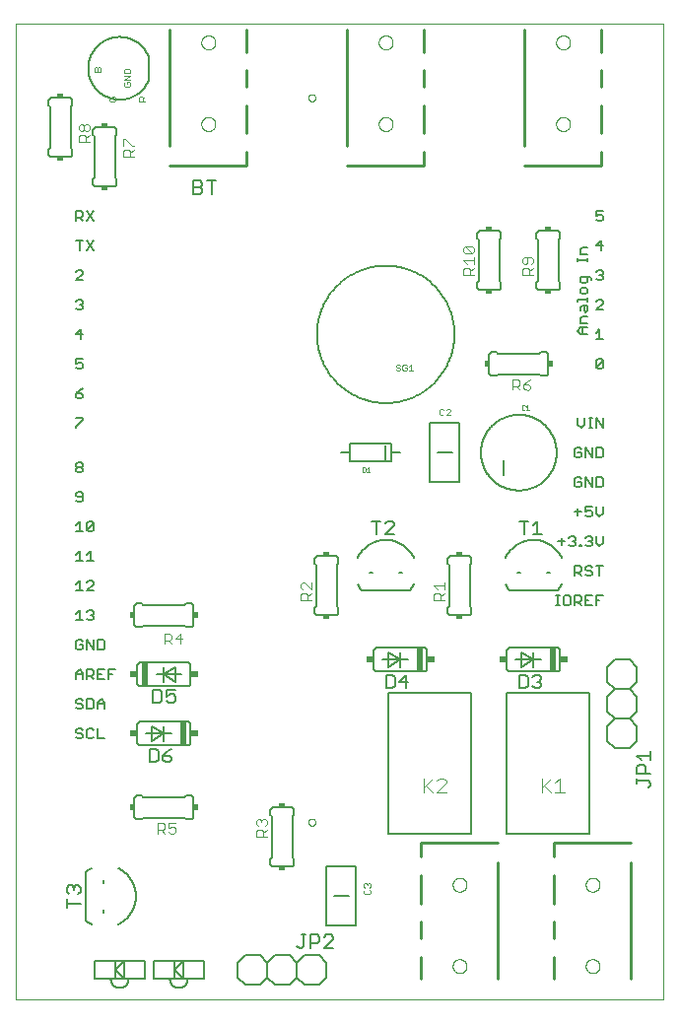
<source format=gto>
G75*
%MOIN*%
%OFA0B0*%
%FSLAX25Y25*%
%IPPOS*%
%LPD*%
%AMOC8*
5,1,8,0,0,1.08239X$1,22.5*
%
%ADD10C,0.00000*%
%ADD11C,0.00500*%
%ADD12C,0.00800*%
%ADD13C,0.00100*%
%ADD14C,0.00200*%
%ADD15C,0.00600*%
%ADD16R,0.02000X0.08000*%
%ADD17R,0.02500X0.02000*%
%ADD18C,0.00400*%
%ADD19R,0.02000X0.01500*%
%ADD20R,0.01500X0.02000*%
%ADD21C,0.01000*%
D10*
X0006800Y0012524D02*
X0006800Y0342484D01*
X0225501Y0342484D01*
X0225501Y0012524D01*
X0006800Y0012524D01*
X0105619Y0072524D02*
X0105621Y0072593D01*
X0105627Y0072661D01*
X0105637Y0072729D01*
X0105651Y0072796D01*
X0105669Y0072863D01*
X0105690Y0072928D01*
X0105716Y0072992D01*
X0105745Y0073054D01*
X0105777Y0073114D01*
X0105813Y0073173D01*
X0105853Y0073229D01*
X0105895Y0073283D01*
X0105941Y0073334D01*
X0105990Y0073383D01*
X0106041Y0073429D01*
X0106095Y0073471D01*
X0106151Y0073511D01*
X0106209Y0073547D01*
X0106270Y0073579D01*
X0106332Y0073608D01*
X0106396Y0073634D01*
X0106461Y0073655D01*
X0106528Y0073673D01*
X0106595Y0073687D01*
X0106663Y0073697D01*
X0106731Y0073703D01*
X0106800Y0073705D01*
X0106869Y0073703D01*
X0106937Y0073697D01*
X0107005Y0073687D01*
X0107072Y0073673D01*
X0107139Y0073655D01*
X0107204Y0073634D01*
X0107268Y0073608D01*
X0107330Y0073579D01*
X0107390Y0073547D01*
X0107449Y0073511D01*
X0107505Y0073471D01*
X0107559Y0073429D01*
X0107610Y0073383D01*
X0107659Y0073334D01*
X0107705Y0073283D01*
X0107747Y0073229D01*
X0107787Y0073173D01*
X0107823Y0073114D01*
X0107855Y0073054D01*
X0107884Y0072992D01*
X0107910Y0072928D01*
X0107931Y0072863D01*
X0107949Y0072796D01*
X0107963Y0072729D01*
X0107973Y0072661D01*
X0107979Y0072593D01*
X0107981Y0072524D01*
X0107979Y0072455D01*
X0107973Y0072387D01*
X0107963Y0072319D01*
X0107949Y0072252D01*
X0107931Y0072185D01*
X0107910Y0072120D01*
X0107884Y0072056D01*
X0107855Y0071994D01*
X0107823Y0071933D01*
X0107787Y0071875D01*
X0107747Y0071819D01*
X0107705Y0071765D01*
X0107659Y0071714D01*
X0107610Y0071665D01*
X0107559Y0071619D01*
X0107505Y0071577D01*
X0107449Y0071537D01*
X0107391Y0071501D01*
X0107330Y0071469D01*
X0107268Y0071440D01*
X0107204Y0071414D01*
X0107139Y0071393D01*
X0107072Y0071375D01*
X0107005Y0071361D01*
X0106937Y0071351D01*
X0106869Y0071345D01*
X0106800Y0071343D01*
X0106731Y0071345D01*
X0106663Y0071351D01*
X0106595Y0071361D01*
X0106528Y0071375D01*
X0106461Y0071393D01*
X0106396Y0071414D01*
X0106332Y0071440D01*
X0106270Y0071469D01*
X0106209Y0071501D01*
X0106151Y0071537D01*
X0106095Y0071577D01*
X0106041Y0071619D01*
X0105990Y0071665D01*
X0105941Y0071714D01*
X0105895Y0071765D01*
X0105853Y0071819D01*
X0105813Y0071875D01*
X0105777Y0071933D01*
X0105745Y0071994D01*
X0105716Y0072056D01*
X0105690Y0072120D01*
X0105669Y0072185D01*
X0105651Y0072252D01*
X0105637Y0072319D01*
X0105627Y0072387D01*
X0105621Y0072455D01*
X0105619Y0072524D01*
X0154438Y0051382D02*
X0154440Y0051479D01*
X0154446Y0051576D01*
X0154456Y0051672D01*
X0154470Y0051768D01*
X0154488Y0051864D01*
X0154509Y0051958D01*
X0154535Y0052052D01*
X0154564Y0052144D01*
X0154598Y0052235D01*
X0154634Y0052325D01*
X0154675Y0052413D01*
X0154719Y0052499D01*
X0154767Y0052584D01*
X0154818Y0052666D01*
X0154872Y0052747D01*
X0154930Y0052825D01*
X0154991Y0052900D01*
X0155054Y0052973D01*
X0155121Y0053044D01*
X0155191Y0053111D01*
X0155263Y0053176D01*
X0155338Y0053237D01*
X0155416Y0053296D01*
X0155495Y0053351D01*
X0155577Y0053403D01*
X0155661Y0053451D01*
X0155747Y0053496D01*
X0155835Y0053538D01*
X0155924Y0053576D01*
X0156015Y0053610D01*
X0156107Y0053640D01*
X0156200Y0053667D01*
X0156295Y0053689D01*
X0156390Y0053708D01*
X0156486Y0053723D01*
X0156582Y0053734D01*
X0156679Y0053741D01*
X0156776Y0053744D01*
X0156873Y0053743D01*
X0156970Y0053738D01*
X0157066Y0053729D01*
X0157162Y0053716D01*
X0157258Y0053699D01*
X0157353Y0053678D01*
X0157446Y0053654D01*
X0157539Y0053625D01*
X0157631Y0053593D01*
X0157721Y0053557D01*
X0157809Y0053518D01*
X0157896Y0053474D01*
X0157981Y0053428D01*
X0158064Y0053377D01*
X0158145Y0053324D01*
X0158223Y0053267D01*
X0158300Y0053207D01*
X0158373Y0053144D01*
X0158444Y0053078D01*
X0158512Y0053009D01*
X0158578Y0052937D01*
X0158640Y0052863D01*
X0158699Y0052786D01*
X0158755Y0052707D01*
X0158808Y0052625D01*
X0158858Y0052542D01*
X0158903Y0052456D01*
X0158946Y0052369D01*
X0158985Y0052280D01*
X0159020Y0052190D01*
X0159051Y0052098D01*
X0159078Y0052005D01*
X0159102Y0051911D01*
X0159122Y0051816D01*
X0159138Y0051720D01*
X0159150Y0051624D01*
X0159158Y0051527D01*
X0159162Y0051430D01*
X0159162Y0051334D01*
X0159158Y0051237D01*
X0159150Y0051140D01*
X0159138Y0051044D01*
X0159122Y0050948D01*
X0159102Y0050853D01*
X0159078Y0050759D01*
X0159051Y0050666D01*
X0159020Y0050574D01*
X0158985Y0050484D01*
X0158946Y0050395D01*
X0158903Y0050308D01*
X0158858Y0050222D01*
X0158808Y0050139D01*
X0158755Y0050057D01*
X0158699Y0049978D01*
X0158640Y0049901D01*
X0158578Y0049827D01*
X0158512Y0049755D01*
X0158444Y0049686D01*
X0158373Y0049620D01*
X0158300Y0049557D01*
X0158223Y0049497D01*
X0158145Y0049440D01*
X0158064Y0049387D01*
X0157981Y0049336D01*
X0157896Y0049290D01*
X0157809Y0049246D01*
X0157721Y0049207D01*
X0157631Y0049171D01*
X0157539Y0049139D01*
X0157446Y0049110D01*
X0157353Y0049086D01*
X0157258Y0049065D01*
X0157162Y0049048D01*
X0157066Y0049035D01*
X0156970Y0049026D01*
X0156873Y0049021D01*
X0156776Y0049020D01*
X0156679Y0049023D01*
X0156582Y0049030D01*
X0156486Y0049041D01*
X0156390Y0049056D01*
X0156295Y0049075D01*
X0156200Y0049097D01*
X0156107Y0049124D01*
X0156015Y0049154D01*
X0155924Y0049188D01*
X0155835Y0049226D01*
X0155747Y0049268D01*
X0155661Y0049313D01*
X0155577Y0049361D01*
X0155495Y0049413D01*
X0155416Y0049468D01*
X0155338Y0049527D01*
X0155263Y0049588D01*
X0155191Y0049653D01*
X0155121Y0049720D01*
X0155054Y0049791D01*
X0154991Y0049864D01*
X0154930Y0049939D01*
X0154872Y0050017D01*
X0154818Y0050098D01*
X0154767Y0050180D01*
X0154719Y0050265D01*
X0154675Y0050351D01*
X0154634Y0050439D01*
X0154598Y0050529D01*
X0154564Y0050620D01*
X0154535Y0050712D01*
X0154509Y0050806D01*
X0154488Y0050900D01*
X0154470Y0050996D01*
X0154456Y0051092D01*
X0154446Y0051188D01*
X0154440Y0051285D01*
X0154438Y0051382D01*
X0154438Y0023823D02*
X0154440Y0023920D01*
X0154446Y0024017D01*
X0154456Y0024113D01*
X0154470Y0024209D01*
X0154488Y0024305D01*
X0154509Y0024399D01*
X0154535Y0024493D01*
X0154564Y0024585D01*
X0154598Y0024676D01*
X0154634Y0024766D01*
X0154675Y0024854D01*
X0154719Y0024940D01*
X0154767Y0025025D01*
X0154818Y0025107D01*
X0154872Y0025188D01*
X0154930Y0025266D01*
X0154991Y0025341D01*
X0155054Y0025414D01*
X0155121Y0025485D01*
X0155191Y0025552D01*
X0155263Y0025617D01*
X0155338Y0025678D01*
X0155416Y0025737D01*
X0155495Y0025792D01*
X0155577Y0025844D01*
X0155661Y0025892D01*
X0155747Y0025937D01*
X0155835Y0025979D01*
X0155924Y0026017D01*
X0156015Y0026051D01*
X0156107Y0026081D01*
X0156200Y0026108D01*
X0156295Y0026130D01*
X0156390Y0026149D01*
X0156486Y0026164D01*
X0156582Y0026175D01*
X0156679Y0026182D01*
X0156776Y0026185D01*
X0156873Y0026184D01*
X0156970Y0026179D01*
X0157066Y0026170D01*
X0157162Y0026157D01*
X0157258Y0026140D01*
X0157353Y0026119D01*
X0157446Y0026095D01*
X0157539Y0026066D01*
X0157631Y0026034D01*
X0157721Y0025998D01*
X0157809Y0025959D01*
X0157896Y0025915D01*
X0157981Y0025869D01*
X0158064Y0025818D01*
X0158145Y0025765D01*
X0158223Y0025708D01*
X0158300Y0025648D01*
X0158373Y0025585D01*
X0158444Y0025519D01*
X0158512Y0025450D01*
X0158578Y0025378D01*
X0158640Y0025304D01*
X0158699Y0025227D01*
X0158755Y0025148D01*
X0158808Y0025066D01*
X0158858Y0024983D01*
X0158903Y0024897D01*
X0158946Y0024810D01*
X0158985Y0024721D01*
X0159020Y0024631D01*
X0159051Y0024539D01*
X0159078Y0024446D01*
X0159102Y0024352D01*
X0159122Y0024257D01*
X0159138Y0024161D01*
X0159150Y0024065D01*
X0159158Y0023968D01*
X0159162Y0023871D01*
X0159162Y0023775D01*
X0159158Y0023678D01*
X0159150Y0023581D01*
X0159138Y0023485D01*
X0159122Y0023389D01*
X0159102Y0023294D01*
X0159078Y0023200D01*
X0159051Y0023107D01*
X0159020Y0023015D01*
X0158985Y0022925D01*
X0158946Y0022836D01*
X0158903Y0022749D01*
X0158858Y0022663D01*
X0158808Y0022580D01*
X0158755Y0022498D01*
X0158699Y0022419D01*
X0158640Y0022342D01*
X0158578Y0022268D01*
X0158512Y0022196D01*
X0158444Y0022127D01*
X0158373Y0022061D01*
X0158300Y0021998D01*
X0158223Y0021938D01*
X0158145Y0021881D01*
X0158064Y0021828D01*
X0157981Y0021777D01*
X0157896Y0021731D01*
X0157809Y0021687D01*
X0157721Y0021648D01*
X0157631Y0021612D01*
X0157539Y0021580D01*
X0157446Y0021551D01*
X0157353Y0021527D01*
X0157258Y0021506D01*
X0157162Y0021489D01*
X0157066Y0021476D01*
X0156970Y0021467D01*
X0156873Y0021462D01*
X0156776Y0021461D01*
X0156679Y0021464D01*
X0156582Y0021471D01*
X0156486Y0021482D01*
X0156390Y0021497D01*
X0156295Y0021516D01*
X0156200Y0021538D01*
X0156107Y0021565D01*
X0156015Y0021595D01*
X0155924Y0021629D01*
X0155835Y0021667D01*
X0155747Y0021709D01*
X0155661Y0021754D01*
X0155577Y0021802D01*
X0155495Y0021854D01*
X0155416Y0021909D01*
X0155338Y0021968D01*
X0155263Y0022029D01*
X0155191Y0022094D01*
X0155121Y0022161D01*
X0155054Y0022232D01*
X0154991Y0022305D01*
X0154930Y0022380D01*
X0154872Y0022458D01*
X0154818Y0022539D01*
X0154767Y0022621D01*
X0154719Y0022706D01*
X0154675Y0022792D01*
X0154634Y0022880D01*
X0154598Y0022970D01*
X0154564Y0023061D01*
X0154535Y0023153D01*
X0154509Y0023247D01*
X0154488Y0023341D01*
X0154470Y0023437D01*
X0154456Y0023533D01*
X0154446Y0023629D01*
X0154440Y0023726D01*
X0154438Y0023823D01*
X0199438Y0023823D02*
X0199440Y0023920D01*
X0199446Y0024017D01*
X0199456Y0024113D01*
X0199470Y0024209D01*
X0199488Y0024305D01*
X0199509Y0024399D01*
X0199535Y0024493D01*
X0199564Y0024585D01*
X0199598Y0024676D01*
X0199634Y0024766D01*
X0199675Y0024854D01*
X0199719Y0024940D01*
X0199767Y0025025D01*
X0199818Y0025107D01*
X0199872Y0025188D01*
X0199930Y0025266D01*
X0199991Y0025341D01*
X0200054Y0025414D01*
X0200121Y0025485D01*
X0200191Y0025552D01*
X0200263Y0025617D01*
X0200338Y0025678D01*
X0200416Y0025737D01*
X0200495Y0025792D01*
X0200577Y0025844D01*
X0200661Y0025892D01*
X0200747Y0025937D01*
X0200835Y0025979D01*
X0200924Y0026017D01*
X0201015Y0026051D01*
X0201107Y0026081D01*
X0201200Y0026108D01*
X0201295Y0026130D01*
X0201390Y0026149D01*
X0201486Y0026164D01*
X0201582Y0026175D01*
X0201679Y0026182D01*
X0201776Y0026185D01*
X0201873Y0026184D01*
X0201970Y0026179D01*
X0202066Y0026170D01*
X0202162Y0026157D01*
X0202258Y0026140D01*
X0202353Y0026119D01*
X0202446Y0026095D01*
X0202539Y0026066D01*
X0202631Y0026034D01*
X0202721Y0025998D01*
X0202809Y0025959D01*
X0202896Y0025915D01*
X0202981Y0025869D01*
X0203064Y0025818D01*
X0203145Y0025765D01*
X0203223Y0025708D01*
X0203300Y0025648D01*
X0203373Y0025585D01*
X0203444Y0025519D01*
X0203512Y0025450D01*
X0203578Y0025378D01*
X0203640Y0025304D01*
X0203699Y0025227D01*
X0203755Y0025148D01*
X0203808Y0025066D01*
X0203858Y0024983D01*
X0203903Y0024897D01*
X0203946Y0024810D01*
X0203985Y0024721D01*
X0204020Y0024631D01*
X0204051Y0024539D01*
X0204078Y0024446D01*
X0204102Y0024352D01*
X0204122Y0024257D01*
X0204138Y0024161D01*
X0204150Y0024065D01*
X0204158Y0023968D01*
X0204162Y0023871D01*
X0204162Y0023775D01*
X0204158Y0023678D01*
X0204150Y0023581D01*
X0204138Y0023485D01*
X0204122Y0023389D01*
X0204102Y0023294D01*
X0204078Y0023200D01*
X0204051Y0023107D01*
X0204020Y0023015D01*
X0203985Y0022925D01*
X0203946Y0022836D01*
X0203903Y0022749D01*
X0203858Y0022663D01*
X0203808Y0022580D01*
X0203755Y0022498D01*
X0203699Y0022419D01*
X0203640Y0022342D01*
X0203578Y0022268D01*
X0203512Y0022196D01*
X0203444Y0022127D01*
X0203373Y0022061D01*
X0203300Y0021998D01*
X0203223Y0021938D01*
X0203145Y0021881D01*
X0203064Y0021828D01*
X0202981Y0021777D01*
X0202896Y0021731D01*
X0202809Y0021687D01*
X0202721Y0021648D01*
X0202631Y0021612D01*
X0202539Y0021580D01*
X0202446Y0021551D01*
X0202353Y0021527D01*
X0202258Y0021506D01*
X0202162Y0021489D01*
X0202066Y0021476D01*
X0201970Y0021467D01*
X0201873Y0021462D01*
X0201776Y0021461D01*
X0201679Y0021464D01*
X0201582Y0021471D01*
X0201486Y0021482D01*
X0201390Y0021497D01*
X0201295Y0021516D01*
X0201200Y0021538D01*
X0201107Y0021565D01*
X0201015Y0021595D01*
X0200924Y0021629D01*
X0200835Y0021667D01*
X0200747Y0021709D01*
X0200661Y0021754D01*
X0200577Y0021802D01*
X0200495Y0021854D01*
X0200416Y0021909D01*
X0200338Y0021968D01*
X0200263Y0022029D01*
X0200191Y0022094D01*
X0200121Y0022161D01*
X0200054Y0022232D01*
X0199991Y0022305D01*
X0199930Y0022380D01*
X0199872Y0022458D01*
X0199818Y0022539D01*
X0199767Y0022621D01*
X0199719Y0022706D01*
X0199675Y0022792D01*
X0199634Y0022880D01*
X0199598Y0022970D01*
X0199564Y0023061D01*
X0199535Y0023153D01*
X0199509Y0023247D01*
X0199488Y0023341D01*
X0199470Y0023437D01*
X0199456Y0023533D01*
X0199446Y0023629D01*
X0199440Y0023726D01*
X0199438Y0023823D01*
X0199438Y0051382D02*
X0199440Y0051479D01*
X0199446Y0051576D01*
X0199456Y0051672D01*
X0199470Y0051768D01*
X0199488Y0051864D01*
X0199509Y0051958D01*
X0199535Y0052052D01*
X0199564Y0052144D01*
X0199598Y0052235D01*
X0199634Y0052325D01*
X0199675Y0052413D01*
X0199719Y0052499D01*
X0199767Y0052584D01*
X0199818Y0052666D01*
X0199872Y0052747D01*
X0199930Y0052825D01*
X0199991Y0052900D01*
X0200054Y0052973D01*
X0200121Y0053044D01*
X0200191Y0053111D01*
X0200263Y0053176D01*
X0200338Y0053237D01*
X0200416Y0053296D01*
X0200495Y0053351D01*
X0200577Y0053403D01*
X0200661Y0053451D01*
X0200747Y0053496D01*
X0200835Y0053538D01*
X0200924Y0053576D01*
X0201015Y0053610D01*
X0201107Y0053640D01*
X0201200Y0053667D01*
X0201295Y0053689D01*
X0201390Y0053708D01*
X0201486Y0053723D01*
X0201582Y0053734D01*
X0201679Y0053741D01*
X0201776Y0053744D01*
X0201873Y0053743D01*
X0201970Y0053738D01*
X0202066Y0053729D01*
X0202162Y0053716D01*
X0202258Y0053699D01*
X0202353Y0053678D01*
X0202446Y0053654D01*
X0202539Y0053625D01*
X0202631Y0053593D01*
X0202721Y0053557D01*
X0202809Y0053518D01*
X0202896Y0053474D01*
X0202981Y0053428D01*
X0203064Y0053377D01*
X0203145Y0053324D01*
X0203223Y0053267D01*
X0203300Y0053207D01*
X0203373Y0053144D01*
X0203444Y0053078D01*
X0203512Y0053009D01*
X0203578Y0052937D01*
X0203640Y0052863D01*
X0203699Y0052786D01*
X0203755Y0052707D01*
X0203808Y0052625D01*
X0203858Y0052542D01*
X0203903Y0052456D01*
X0203946Y0052369D01*
X0203985Y0052280D01*
X0204020Y0052190D01*
X0204051Y0052098D01*
X0204078Y0052005D01*
X0204102Y0051911D01*
X0204122Y0051816D01*
X0204138Y0051720D01*
X0204150Y0051624D01*
X0204158Y0051527D01*
X0204162Y0051430D01*
X0204162Y0051334D01*
X0204158Y0051237D01*
X0204150Y0051140D01*
X0204138Y0051044D01*
X0204122Y0050948D01*
X0204102Y0050853D01*
X0204078Y0050759D01*
X0204051Y0050666D01*
X0204020Y0050574D01*
X0203985Y0050484D01*
X0203946Y0050395D01*
X0203903Y0050308D01*
X0203858Y0050222D01*
X0203808Y0050139D01*
X0203755Y0050057D01*
X0203699Y0049978D01*
X0203640Y0049901D01*
X0203578Y0049827D01*
X0203512Y0049755D01*
X0203444Y0049686D01*
X0203373Y0049620D01*
X0203300Y0049557D01*
X0203223Y0049497D01*
X0203145Y0049440D01*
X0203064Y0049387D01*
X0202981Y0049336D01*
X0202896Y0049290D01*
X0202809Y0049246D01*
X0202721Y0049207D01*
X0202631Y0049171D01*
X0202539Y0049139D01*
X0202446Y0049110D01*
X0202353Y0049086D01*
X0202258Y0049065D01*
X0202162Y0049048D01*
X0202066Y0049035D01*
X0201970Y0049026D01*
X0201873Y0049021D01*
X0201776Y0049020D01*
X0201679Y0049023D01*
X0201582Y0049030D01*
X0201486Y0049041D01*
X0201390Y0049056D01*
X0201295Y0049075D01*
X0201200Y0049097D01*
X0201107Y0049124D01*
X0201015Y0049154D01*
X0200924Y0049188D01*
X0200835Y0049226D01*
X0200747Y0049268D01*
X0200661Y0049313D01*
X0200577Y0049361D01*
X0200495Y0049413D01*
X0200416Y0049468D01*
X0200338Y0049527D01*
X0200263Y0049588D01*
X0200191Y0049653D01*
X0200121Y0049720D01*
X0200054Y0049791D01*
X0199991Y0049864D01*
X0199930Y0049939D01*
X0199872Y0050017D01*
X0199818Y0050098D01*
X0199767Y0050180D01*
X0199719Y0050265D01*
X0199675Y0050351D01*
X0199634Y0050439D01*
X0199598Y0050529D01*
X0199564Y0050620D01*
X0199535Y0050712D01*
X0199509Y0050806D01*
X0199488Y0050900D01*
X0199470Y0050996D01*
X0199456Y0051092D01*
X0199446Y0051188D01*
X0199440Y0051285D01*
X0199438Y0051382D01*
X0189438Y0308665D02*
X0189440Y0308762D01*
X0189446Y0308859D01*
X0189456Y0308955D01*
X0189470Y0309051D01*
X0189488Y0309147D01*
X0189509Y0309241D01*
X0189535Y0309335D01*
X0189564Y0309427D01*
X0189598Y0309518D01*
X0189634Y0309608D01*
X0189675Y0309696D01*
X0189719Y0309782D01*
X0189767Y0309867D01*
X0189818Y0309949D01*
X0189872Y0310030D01*
X0189930Y0310108D01*
X0189991Y0310183D01*
X0190054Y0310256D01*
X0190121Y0310327D01*
X0190191Y0310394D01*
X0190263Y0310459D01*
X0190338Y0310520D01*
X0190416Y0310579D01*
X0190495Y0310634D01*
X0190577Y0310686D01*
X0190661Y0310734D01*
X0190747Y0310779D01*
X0190835Y0310821D01*
X0190924Y0310859D01*
X0191015Y0310893D01*
X0191107Y0310923D01*
X0191200Y0310950D01*
X0191295Y0310972D01*
X0191390Y0310991D01*
X0191486Y0311006D01*
X0191582Y0311017D01*
X0191679Y0311024D01*
X0191776Y0311027D01*
X0191873Y0311026D01*
X0191970Y0311021D01*
X0192066Y0311012D01*
X0192162Y0310999D01*
X0192258Y0310982D01*
X0192353Y0310961D01*
X0192446Y0310937D01*
X0192539Y0310908D01*
X0192631Y0310876D01*
X0192721Y0310840D01*
X0192809Y0310801D01*
X0192896Y0310757D01*
X0192981Y0310711D01*
X0193064Y0310660D01*
X0193145Y0310607D01*
X0193223Y0310550D01*
X0193300Y0310490D01*
X0193373Y0310427D01*
X0193444Y0310361D01*
X0193512Y0310292D01*
X0193578Y0310220D01*
X0193640Y0310146D01*
X0193699Y0310069D01*
X0193755Y0309990D01*
X0193808Y0309908D01*
X0193858Y0309825D01*
X0193903Y0309739D01*
X0193946Y0309652D01*
X0193985Y0309563D01*
X0194020Y0309473D01*
X0194051Y0309381D01*
X0194078Y0309288D01*
X0194102Y0309194D01*
X0194122Y0309099D01*
X0194138Y0309003D01*
X0194150Y0308907D01*
X0194158Y0308810D01*
X0194162Y0308713D01*
X0194162Y0308617D01*
X0194158Y0308520D01*
X0194150Y0308423D01*
X0194138Y0308327D01*
X0194122Y0308231D01*
X0194102Y0308136D01*
X0194078Y0308042D01*
X0194051Y0307949D01*
X0194020Y0307857D01*
X0193985Y0307767D01*
X0193946Y0307678D01*
X0193903Y0307591D01*
X0193858Y0307505D01*
X0193808Y0307422D01*
X0193755Y0307340D01*
X0193699Y0307261D01*
X0193640Y0307184D01*
X0193578Y0307110D01*
X0193512Y0307038D01*
X0193444Y0306969D01*
X0193373Y0306903D01*
X0193300Y0306840D01*
X0193223Y0306780D01*
X0193145Y0306723D01*
X0193064Y0306670D01*
X0192981Y0306619D01*
X0192896Y0306573D01*
X0192809Y0306529D01*
X0192721Y0306490D01*
X0192631Y0306454D01*
X0192539Y0306422D01*
X0192446Y0306393D01*
X0192353Y0306369D01*
X0192258Y0306348D01*
X0192162Y0306331D01*
X0192066Y0306318D01*
X0191970Y0306309D01*
X0191873Y0306304D01*
X0191776Y0306303D01*
X0191679Y0306306D01*
X0191582Y0306313D01*
X0191486Y0306324D01*
X0191390Y0306339D01*
X0191295Y0306358D01*
X0191200Y0306380D01*
X0191107Y0306407D01*
X0191015Y0306437D01*
X0190924Y0306471D01*
X0190835Y0306509D01*
X0190747Y0306551D01*
X0190661Y0306596D01*
X0190577Y0306644D01*
X0190495Y0306696D01*
X0190416Y0306751D01*
X0190338Y0306810D01*
X0190263Y0306871D01*
X0190191Y0306936D01*
X0190121Y0307003D01*
X0190054Y0307074D01*
X0189991Y0307147D01*
X0189930Y0307222D01*
X0189872Y0307300D01*
X0189818Y0307381D01*
X0189767Y0307463D01*
X0189719Y0307548D01*
X0189675Y0307634D01*
X0189634Y0307722D01*
X0189598Y0307812D01*
X0189564Y0307903D01*
X0189535Y0307995D01*
X0189509Y0308089D01*
X0189488Y0308183D01*
X0189470Y0308279D01*
X0189456Y0308375D01*
X0189446Y0308471D01*
X0189440Y0308568D01*
X0189438Y0308665D01*
X0189438Y0336224D02*
X0189440Y0336321D01*
X0189446Y0336418D01*
X0189456Y0336514D01*
X0189470Y0336610D01*
X0189488Y0336706D01*
X0189509Y0336800D01*
X0189535Y0336894D01*
X0189564Y0336986D01*
X0189598Y0337077D01*
X0189634Y0337167D01*
X0189675Y0337255D01*
X0189719Y0337341D01*
X0189767Y0337426D01*
X0189818Y0337508D01*
X0189872Y0337589D01*
X0189930Y0337667D01*
X0189991Y0337742D01*
X0190054Y0337815D01*
X0190121Y0337886D01*
X0190191Y0337953D01*
X0190263Y0338018D01*
X0190338Y0338079D01*
X0190416Y0338138D01*
X0190495Y0338193D01*
X0190577Y0338245D01*
X0190661Y0338293D01*
X0190747Y0338338D01*
X0190835Y0338380D01*
X0190924Y0338418D01*
X0191015Y0338452D01*
X0191107Y0338482D01*
X0191200Y0338509D01*
X0191295Y0338531D01*
X0191390Y0338550D01*
X0191486Y0338565D01*
X0191582Y0338576D01*
X0191679Y0338583D01*
X0191776Y0338586D01*
X0191873Y0338585D01*
X0191970Y0338580D01*
X0192066Y0338571D01*
X0192162Y0338558D01*
X0192258Y0338541D01*
X0192353Y0338520D01*
X0192446Y0338496D01*
X0192539Y0338467D01*
X0192631Y0338435D01*
X0192721Y0338399D01*
X0192809Y0338360D01*
X0192896Y0338316D01*
X0192981Y0338270D01*
X0193064Y0338219D01*
X0193145Y0338166D01*
X0193223Y0338109D01*
X0193300Y0338049D01*
X0193373Y0337986D01*
X0193444Y0337920D01*
X0193512Y0337851D01*
X0193578Y0337779D01*
X0193640Y0337705D01*
X0193699Y0337628D01*
X0193755Y0337549D01*
X0193808Y0337467D01*
X0193858Y0337384D01*
X0193903Y0337298D01*
X0193946Y0337211D01*
X0193985Y0337122D01*
X0194020Y0337032D01*
X0194051Y0336940D01*
X0194078Y0336847D01*
X0194102Y0336753D01*
X0194122Y0336658D01*
X0194138Y0336562D01*
X0194150Y0336466D01*
X0194158Y0336369D01*
X0194162Y0336272D01*
X0194162Y0336176D01*
X0194158Y0336079D01*
X0194150Y0335982D01*
X0194138Y0335886D01*
X0194122Y0335790D01*
X0194102Y0335695D01*
X0194078Y0335601D01*
X0194051Y0335508D01*
X0194020Y0335416D01*
X0193985Y0335326D01*
X0193946Y0335237D01*
X0193903Y0335150D01*
X0193858Y0335064D01*
X0193808Y0334981D01*
X0193755Y0334899D01*
X0193699Y0334820D01*
X0193640Y0334743D01*
X0193578Y0334669D01*
X0193512Y0334597D01*
X0193444Y0334528D01*
X0193373Y0334462D01*
X0193300Y0334399D01*
X0193223Y0334339D01*
X0193145Y0334282D01*
X0193064Y0334229D01*
X0192981Y0334178D01*
X0192896Y0334132D01*
X0192809Y0334088D01*
X0192721Y0334049D01*
X0192631Y0334013D01*
X0192539Y0333981D01*
X0192446Y0333952D01*
X0192353Y0333928D01*
X0192258Y0333907D01*
X0192162Y0333890D01*
X0192066Y0333877D01*
X0191970Y0333868D01*
X0191873Y0333863D01*
X0191776Y0333862D01*
X0191679Y0333865D01*
X0191582Y0333872D01*
X0191486Y0333883D01*
X0191390Y0333898D01*
X0191295Y0333917D01*
X0191200Y0333939D01*
X0191107Y0333966D01*
X0191015Y0333996D01*
X0190924Y0334030D01*
X0190835Y0334068D01*
X0190747Y0334110D01*
X0190661Y0334155D01*
X0190577Y0334203D01*
X0190495Y0334255D01*
X0190416Y0334310D01*
X0190338Y0334369D01*
X0190263Y0334430D01*
X0190191Y0334495D01*
X0190121Y0334562D01*
X0190054Y0334633D01*
X0189991Y0334706D01*
X0189930Y0334781D01*
X0189872Y0334859D01*
X0189818Y0334940D01*
X0189767Y0335022D01*
X0189719Y0335107D01*
X0189675Y0335193D01*
X0189634Y0335281D01*
X0189598Y0335371D01*
X0189564Y0335462D01*
X0189535Y0335554D01*
X0189509Y0335648D01*
X0189488Y0335742D01*
X0189470Y0335838D01*
X0189456Y0335934D01*
X0189446Y0336030D01*
X0189440Y0336127D01*
X0189438Y0336224D01*
X0129438Y0336224D02*
X0129440Y0336321D01*
X0129446Y0336418D01*
X0129456Y0336514D01*
X0129470Y0336610D01*
X0129488Y0336706D01*
X0129509Y0336800D01*
X0129535Y0336894D01*
X0129564Y0336986D01*
X0129598Y0337077D01*
X0129634Y0337167D01*
X0129675Y0337255D01*
X0129719Y0337341D01*
X0129767Y0337426D01*
X0129818Y0337508D01*
X0129872Y0337589D01*
X0129930Y0337667D01*
X0129991Y0337742D01*
X0130054Y0337815D01*
X0130121Y0337886D01*
X0130191Y0337953D01*
X0130263Y0338018D01*
X0130338Y0338079D01*
X0130416Y0338138D01*
X0130495Y0338193D01*
X0130577Y0338245D01*
X0130661Y0338293D01*
X0130747Y0338338D01*
X0130835Y0338380D01*
X0130924Y0338418D01*
X0131015Y0338452D01*
X0131107Y0338482D01*
X0131200Y0338509D01*
X0131295Y0338531D01*
X0131390Y0338550D01*
X0131486Y0338565D01*
X0131582Y0338576D01*
X0131679Y0338583D01*
X0131776Y0338586D01*
X0131873Y0338585D01*
X0131970Y0338580D01*
X0132066Y0338571D01*
X0132162Y0338558D01*
X0132258Y0338541D01*
X0132353Y0338520D01*
X0132446Y0338496D01*
X0132539Y0338467D01*
X0132631Y0338435D01*
X0132721Y0338399D01*
X0132809Y0338360D01*
X0132896Y0338316D01*
X0132981Y0338270D01*
X0133064Y0338219D01*
X0133145Y0338166D01*
X0133223Y0338109D01*
X0133300Y0338049D01*
X0133373Y0337986D01*
X0133444Y0337920D01*
X0133512Y0337851D01*
X0133578Y0337779D01*
X0133640Y0337705D01*
X0133699Y0337628D01*
X0133755Y0337549D01*
X0133808Y0337467D01*
X0133858Y0337384D01*
X0133903Y0337298D01*
X0133946Y0337211D01*
X0133985Y0337122D01*
X0134020Y0337032D01*
X0134051Y0336940D01*
X0134078Y0336847D01*
X0134102Y0336753D01*
X0134122Y0336658D01*
X0134138Y0336562D01*
X0134150Y0336466D01*
X0134158Y0336369D01*
X0134162Y0336272D01*
X0134162Y0336176D01*
X0134158Y0336079D01*
X0134150Y0335982D01*
X0134138Y0335886D01*
X0134122Y0335790D01*
X0134102Y0335695D01*
X0134078Y0335601D01*
X0134051Y0335508D01*
X0134020Y0335416D01*
X0133985Y0335326D01*
X0133946Y0335237D01*
X0133903Y0335150D01*
X0133858Y0335064D01*
X0133808Y0334981D01*
X0133755Y0334899D01*
X0133699Y0334820D01*
X0133640Y0334743D01*
X0133578Y0334669D01*
X0133512Y0334597D01*
X0133444Y0334528D01*
X0133373Y0334462D01*
X0133300Y0334399D01*
X0133223Y0334339D01*
X0133145Y0334282D01*
X0133064Y0334229D01*
X0132981Y0334178D01*
X0132896Y0334132D01*
X0132809Y0334088D01*
X0132721Y0334049D01*
X0132631Y0334013D01*
X0132539Y0333981D01*
X0132446Y0333952D01*
X0132353Y0333928D01*
X0132258Y0333907D01*
X0132162Y0333890D01*
X0132066Y0333877D01*
X0131970Y0333868D01*
X0131873Y0333863D01*
X0131776Y0333862D01*
X0131679Y0333865D01*
X0131582Y0333872D01*
X0131486Y0333883D01*
X0131390Y0333898D01*
X0131295Y0333917D01*
X0131200Y0333939D01*
X0131107Y0333966D01*
X0131015Y0333996D01*
X0130924Y0334030D01*
X0130835Y0334068D01*
X0130747Y0334110D01*
X0130661Y0334155D01*
X0130577Y0334203D01*
X0130495Y0334255D01*
X0130416Y0334310D01*
X0130338Y0334369D01*
X0130263Y0334430D01*
X0130191Y0334495D01*
X0130121Y0334562D01*
X0130054Y0334633D01*
X0129991Y0334706D01*
X0129930Y0334781D01*
X0129872Y0334859D01*
X0129818Y0334940D01*
X0129767Y0335022D01*
X0129719Y0335107D01*
X0129675Y0335193D01*
X0129634Y0335281D01*
X0129598Y0335371D01*
X0129564Y0335462D01*
X0129535Y0335554D01*
X0129509Y0335648D01*
X0129488Y0335742D01*
X0129470Y0335838D01*
X0129456Y0335934D01*
X0129446Y0336030D01*
X0129440Y0336127D01*
X0129438Y0336224D01*
X0129438Y0308665D02*
X0129440Y0308762D01*
X0129446Y0308859D01*
X0129456Y0308955D01*
X0129470Y0309051D01*
X0129488Y0309147D01*
X0129509Y0309241D01*
X0129535Y0309335D01*
X0129564Y0309427D01*
X0129598Y0309518D01*
X0129634Y0309608D01*
X0129675Y0309696D01*
X0129719Y0309782D01*
X0129767Y0309867D01*
X0129818Y0309949D01*
X0129872Y0310030D01*
X0129930Y0310108D01*
X0129991Y0310183D01*
X0130054Y0310256D01*
X0130121Y0310327D01*
X0130191Y0310394D01*
X0130263Y0310459D01*
X0130338Y0310520D01*
X0130416Y0310579D01*
X0130495Y0310634D01*
X0130577Y0310686D01*
X0130661Y0310734D01*
X0130747Y0310779D01*
X0130835Y0310821D01*
X0130924Y0310859D01*
X0131015Y0310893D01*
X0131107Y0310923D01*
X0131200Y0310950D01*
X0131295Y0310972D01*
X0131390Y0310991D01*
X0131486Y0311006D01*
X0131582Y0311017D01*
X0131679Y0311024D01*
X0131776Y0311027D01*
X0131873Y0311026D01*
X0131970Y0311021D01*
X0132066Y0311012D01*
X0132162Y0310999D01*
X0132258Y0310982D01*
X0132353Y0310961D01*
X0132446Y0310937D01*
X0132539Y0310908D01*
X0132631Y0310876D01*
X0132721Y0310840D01*
X0132809Y0310801D01*
X0132896Y0310757D01*
X0132981Y0310711D01*
X0133064Y0310660D01*
X0133145Y0310607D01*
X0133223Y0310550D01*
X0133300Y0310490D01*
X0133373Y0310427D01*
X0133444Y0310361D01*
X0133512Y0310292D01*
X0133578Y0310220D01*
X0133640Y0310146D01*
X0133699Y0310069D01*
X0133755Y0309990D01*
X0133808Y0309908D01*
X0133858Y0309825D01*
X0133903Y0309739D01*
X0133946Y0309652D01*
X0133985Y0309563D01*
X0134020Y0309473D01*
X0134051Y0309381D01*
X0134078Y0309288D01*
X0134102Y0309194D01*
X0134122Y0309099D01*
X0134138Y0309003D01*
X0134150Y0308907D01*
X0134158Y0308810D01*
X0134162Y0308713D01*
X0134162Y0308617D01*
X0134158Y0308520D01*
X0134150Y0308423D01*
X0134138Y0308327D01*
X0134122Y0308231D01*
X0134102Y0308136D01*
X0134078Y0308042D01*
X0134051Y0307949D01*
X0134020Y0307857D01*
X0133985Y0307767D01*
X0133946Y0307678D01*
X0133903Y0307591D01*
X0133858Y0307505D01*
X0133808Y0307422D01*
X0133755Y0307340D01*
X0133699Y0307261D01*
X0133640Y0307184D01*
X0133578Y0307110D01*
X0133512Y0307038D01*
X0133444Y0306969D01*
X0133373Y0306903D01*
X0133300Y0306840D01*
X0133223Y0306780D01*
X0133145Y0306723D01*
X0133064Y0306670D01*
X0132981Y0306619D01*
X0132896Y0306573D01*
X0132809Y0306529D01*
X0132721Y0306490D01*
X0132631Y0306454D01*
X0132539Y0306422D01*
X0132446Y0306393D01*
X0132353Y0306369D01*
X0132258Y0306348D01*
X0132162Y0306331D01*
X0132066Y0306318D01*
X0131970Y0306309D01*
X0131873Y0306304D01*
X0131776Y0306303D01*
X0131679Y0306306D01*
X0131582Y0306313D01*
X0131486Y0306324D01*
X0131390Y0306339D01*
X0131295Y0306358D01*
X0131200Y0306380D01*
X0131107Y0306407D01*
X0131015Y0306437D01*
X0130924Y0306471D01*
X0130835Y0306509D01*
X0130747Y0306551D01*
X0130661Y0306596D01*
X0130577Y0306644D01*
X0130495Y0306696D01*
X0130416Y0306751D01*
X0130338Y0306810D01*
X0130263Y0306871D01*
X0130191Y0306936D01*
X0130121Y0307003D01*
X0130054Y0307074D01*
X0129991Y0307147D01*
X0129930Y0307222D01*
X0129872Y0307300D01*
X0129818Y0307381D01*
X0129767Y0307463D01*
X0129719Y0307548D01*
X0129675Y0307634D01*
X0129634Y0307722D01*
X0129598Y0307812D01*
X0129564Y0307903D01*
X0129535Y0307995D01*
X0129509Y0308089D01*
X0129488Y0308183D01*
X0129470Y0308279D01*
X0129456Y0308375D01*
X0129446Y0308471D01*
X0129440Y0308568D01*
X0129438Y0308665D01*
X0105619Y0317524D02*
X0105621Y0317593D01*
X0105627Y0317661D01*
X0105637Y0317729D01*
X0105651Y0317796D01*
X0105669Y0317863D01*
X0105690Y0317928D01*
X0105716Y0317992D01*
X0105745Y0318054D01*
X0105777Y0318114D01*
X0105813Y0318173D01*
X0105853Y0318229D01*
X0105895Y0318283D01*
X0105941Y0318334D01*
X0105990Y0318383D01*
X0106041Y0318429D01*
X0106095Y0318471D01*
X0106151Y0318511D01*
X0106209Y0318547D01*
X0106270Y0318579D01*
X0106332Y0318608D01*
X0106396Y0318634D01*
X0106461Y0318655D01*
X0106528Y0318673D01*
X0106595Y0318687D01*
X0106663Y0318697D01*
X0106731Y0318703D01*
X0106800Y0318705D01*
X0106869Y0318703D01*
X0106937Y0318697D01*
X0107005Y0318687D01*
X0107072Y0318673D01*
X0107139Y0318655D01*
X0107204Y0318634D01*
X0107268Y0318608D01*
X0107330Y0318579D01*
X0107390Y0318547D01*
X0107449Y0318511D01*
X0107505Y0318471D01*
X0107559Y0318429D01*
X0107610Y0318383D01*
X0107659Y0318334D01*
X0107705Y0318283D01*
X0107747Y0318229D01*
X0107787Y0318173D01*
X0107823Y0318114D01*
X0107855Y0318054D01*
X0107884Y0317992D01*
X0107910Y0317928D01*
X0107931Y0317863D01*
X0107949Y0317796D01*
X0107963Y0317729D01*
X0107973Y0317661D01*
X0107979Y0317593D01*
X0107981Y0317524D01*
X0107979Y0317455D01*
X0107973Y0317387D01*
X0107963Y0317319D01*
X0107949Y0317252D01*
X0107931Y0317185D01*
X0107910Y0317120D01*
X0107884Y0317056D01*
X0107855Y0316994D01*
X0107823Y0316933D01*
X0107787Y0316875D01*
X0107747Y0316819D01*
X0107705Y0316765D01*
X0107659Y0316714D01*
X0107610Y0316665D01*
X0107559Y0316619D01*
X0107505Y0316577D01*
X0107449Y0316537D01*
X0107391Y0316501D01*
X0107330Y0316469D01*
X0107268Y0316440D01*
X0107204Y0316414D01*
X0107139Y0316393D01*
X0107072Y0316375D01*
X0107005Y0316361D01*
X0106937Y0316351D01*
X0106869Y0316345D01*
X0106800Y0316343D01*
X0106731Y0316345D01*
X0106663Y0316351D01*
X0106595Y0316361D01*
X0106528Y0316375D01*
X0106461Y0316393D01*
X0106396Y0316414D01*
X0106332Y0316440D01*
X0106270Y0316469D01*
X0106209Y0316501D01*
X0106151Y0316537D01*
X0106095Y0316577D01*
X0106041Y0316619D01*
X0105990Y0316665D01*
X0105941Y0316714D01*
X0105895Y0316765D01*
X0105853Y0316819D01*
X0105813Y0316875D01*
X0105777Y0316933D01*
X0105745Y0316994D01*
X0105716Y0317056D01*
X0105690Y0317120D01*
X0105669Y0317185D01*
X0105651Y0317252D01*
X0105637Y0317319D01*
X0105627Y0317387D01*
X0105621Y0317455D01*
X0105619Y0317524D01*
X0069438Y0308665D02*
X0069440Y0308762D01*
X0069446Y0308859D01*
X0069456Y0308955D01*
X0069470Y0309051D01*
X0069488Y0309147D01*
X0069509Y0309241D01*
X0069535Y0309335D01*
X0069564Y0309427D01*
X0069598Y0309518D01*
X0069634Y0309608D01*
X0069675Y0309696D01*
X0069719Y0309782D01*
X0069767Y0309867D01*
X0069818Y0309949D01*
X0069872Y0310030D01*
X0069930Y0310108D01*
X0069991Y0310183D01*
X0070054Y0310256D01*
X0070121Y0310327D01*
X0070191Y0310394D01*
X0070263Y0310459D01*
X0070338Y0310520D01*
X0070416Y0310579D01*
X0070495Y0310634D01*
X0070577Y0310686D01*
X0070661Y0310734D01*
X0070747Y0310779D01*
X0070835Y0310821D01*
X0070924Y0310859D01*
X0071015Y0310893D01*
X0071107Y0310923D01*
X0071200Y0310950D01*
X0071295Y0310972D01*
X0071390Y0310991D01*
X0071486Y0311006D01*
X0071582Y0311017D01*
X0071679Y0311024D01*
X0071776Y0311027D01*
X0071873Y0311026D01*
X0071970Y0311021D01*
X0072066Y0311012D01*
X0072162Y0310999D01*
X0072258Y0310982D01*
X0072353Y0310961D01*
X0072446Y0310937D01*
X0072539Y0310908D01*
X0072631Y0310876D01*
X0072721Y0310840D01*
X0072809Y0310801D01*
X0072896Y0310757D01*
X0072981Y0310711D01*
X0073064Y0310660D01*
X0073145Y0310607D01*
X0073223Y0310550D01*
X0073300Y0310490D01*
X0073373Y0310427D01*
X0073444Y0310361D01*
X0073512Y0310292D01*
X0073578Y0310220D01*
X0073640Y0310146D01*
X0073699Y0310069D01*
X0073755Y0309990D01*
X0073808Y0309908D01*
X0073858Y0309825D01*
X0073903Y0309739D01*
X0073946Y0309652D01*
X0073985Y0309563D01*
X0074020Y0309473D01*
X0074051Y0309381D01*
X0074078Y0309288D01*
X0074102Y0309194D01*
X0074122Y0309099D01*
X0074138Y0309003D01*
X0074150Y0308907D01*
X0074158Y0308810D01*
X0074162Y0308713D01*
X0074162Y0308617D01*
X0074158Y0308520D01*
X0074150Y0308423D01*
X0074138Y0308327D01*
X0074122Y0308231D01*
X0074102Y0308136D01*
X0074078Y0308042D01*
X0074051Y0307949D01*
X0074020Y0307857D01*
X0073985Y0307767D01*
X0073946Y0307678D01*
X0073903Y0307591D01*
X0073858Y0307505D01*
X0073808Y0307422D01*
X0073755Y0307340D01*
X0073699Y0307261D01*
X0073640Y0307184D01*
X0073578Y0307110D01*
X0073512Y0307038D01*
X0073444Y0306969D01*
X0073373Y0306903D01*
X0073300Y0306840D01*
X0073223Y0306780D01*
X0073145Y0306723D01*
X0073064Y0306670D01*
X0072981Y0306619D01*
X0072896Y0306573D01*
X0072809Y0306529D01*
X0072721Y0306490D01*
X0072631Y0306454D01*
X0072539Y0306422D01*
X0072446Y0306393D01*
X0072353Y0306369D01*
X0072258Y0306348D01*
X0072162Y0306331D01*
X0072066Y0306318D01*
X0071970Y0306309D01*
X0071873Y0306304D01*
X0071776Y0306303D01*
X0071679Y0306306D01*
X0071582Y0306313D01*
X0071486Y0306324D01*
X0071390Y0306339D01*
X0071295Y0306358D01*
X0071200Y0306380D01*
X0071107Y0306407D01*
X0071015Y0306437D01*
X0070924Y0306471D01*
X0070835Y0306509D01*
X0070747Y0306551D01*
X0070661Y0306596D01*
X0070577Y0306644D01*
X0070495Y0306696D01*
X0070416Y0306751D01*
X0070338Y0306810D01*
X0070263Y0306871D01*
X0070191Y0306936D01*
X0070121Y0307003D01*
X0070054Y0307074D01*
X0069991Y0307147D01*
X0069930Y0307222D01*
X0069872Y0307300D01*
X0069818Y0307381D01*
X0069767Y0307463D01*
X0069719Y0307548D01*
X0069675Y0307634D01*
X0069634Y0307722D01*
X0069598Y0307812D01*
X0069564Y0307903D01*
X0069535Y0307995D01*
X0069509Y0308089D01*
X0069488Y0308183D01*
X0069470Y0308279D01*
X0069456Y0308375D01*
X0069446Y0308471D01*
X0069440Y0308568D01*
X0069438Y0308665D01*
X0069438Y0336224D02*
X0069440Y0336321D01*
X0069446Y0336418D01*
X0069456Y0336514D01*
X0069470Y0336610D01*
X0069488Y0336706D01*
X0069509Y0336800D01*
X0069535Y0336894D01*
X0069564Y0336986D01*
X0069598Y0337077D01*
X0069634Y0337167D01*
X0069675Y0337255D01*
X0069719Y0337341D01*
X0069767Y0337426D01*
X0069818Y0337508D01*
X0069872Y0337589D01*
X0069930Y0337667D01*
X0069991Y0337742D01*
X0070054Y0337815D01*
X0070121Y0337886D01*
X0070191Y0337953D01*
X0070263Y0338018D01*
X0070338Y0338079D01*
X0070416Y0338138D01*
X0070495Y0338193D01*
X0070577Y0338245D01*
X0070661Y0338293D01*
X0070747Y0338338D01*
X0070835Y0338380D01*
X0070924Y0338418D01*
X0071015Y0338452D01*
X0071107Y0338482D01*
X0071200Y0338509D01*
X0071295Y0338531D01*
X0071390Y0338550D01*
X0071486Y0338565D01*
X0071582Y0338576D01*
X0071679Y0338583D01*
X0071776Y0338586D01*
X0071873Y0338585D01*
X0071970Y0338580D01*
X0072066Y0338571D01*
X0072162Y0338558D01*
X0072258Y0338541D01*
X0072353Y0338520D01*
X0072446Y0338496D01*
X0072539Y0338467D01*
X0072631Y0338435D01*
X0072721Y0338399D01*
X0072809Y0338360D01*
X0072896Y0338316D01*
X0072981Y0338270D01*
X0073064Y0338219D01*
X0073145Y0338166D01*
X0073223Y0338109D01*
X0073300Y0338049D01*
X0073373Y0337986D01*
X0073444Y0337920D01*
X0073512Y0337851D01*
X0073578Y0337779D01*
X0073640Y0337705D01*
X0073699Y0337628D01*
X0073755Y0337549D01*
X0073808Y0337467D01*
X0073858Y0337384D01*
X0073903Y0337298D01*
X0073946Y0337211D01*
X0073985Y0337122D01*
X0074020Y0337032D01*
X0074051Y0336940D01*
X0074078Y0336847D01*
X0074102Y0336753D01*
X0074122Y0336658D01*
X0074138Y0336562D01*
X0074150Y0336466D01*
X0074158Y0336369D01*
X0074162Y0336272D01*
X0074162Y0336176D01*
X0074158Y0336079D01*
X0074150Y0335982D01*
X0074138Y0335886D01*
X0074122Y0335790D01*
X0074102Y0335695D01*
X0074078Y0335601D01*
X0074051Y0335508D01*
X0074020Y0335416D01*
X0073985Y0335326D01*
X0073946Y0335237D01*
X0073903Y0335150D01*
X0073858Y0335064D01*
X0073808Y0334981D01*
X0073755Y0334899D01*
X0073699Y0334820D01*
X0073640Y0334743D01*
X0073578Y0334669D01*
X0073512Y0334597D01*
X0073444Y0334528D01*
X0073373Y0334462D01*
X0073300Y0334399D01*
X0073223Y0334339D01*
X0073145Y0334282D01*
X0073064Y0334229D01*
X0072981Y0334178D01*
X0072896Y0334132D01*
X0072809Y0334088D01*
X0072721Y0334049D01*
X0072631Y0334013D01*
X0072539Y0333981D01*
X0072446Y0333952D01*
X0072353Y0333928D01*
X0072258Y0333907D01*
X0072162Y0333890D01*
X0072066Y0333877D01*
X0071970Y0333868D01*
X0071873Y0333863D01*
X0071776Y0333862D01*
X0071679Y0333865D01*
X0071582Y0333872D01*
X0071486Y0333883D01*
X0071390Y0333898D01*
X0071295Y0333917D01*
X0071200Y0333939D01*
X0071107Y0333966D01*
X0071015Y0333996D01*
X0070924Y0334030D01*
X0070835Y0334068D01*
X0070747Y0334110D01*
X0070661Y0334155D01*
X0070577Y0334203D01*
X0070495Y0334255D01*
X0070416Y0334310D01*
X0070338Y0334369D01*
X0070263Y0334430D01*
X0070191Y0334495D01*
X0070121Y0334562D01*
X0070054Y0334633D01*
X0069991Y0334706D01*
X0069930Y0334781D01*
X0069872Y0334859D01*
X0069818Y0334940D01*
X0069767Y0335022D01*
X0069719Y0335107D01*
X0069675Y0335193D01*
X0069634Y0335281D01*
X0069598Y0335371D01*
X0069564Y0335462D01*
X0069535Y0335554D01*
X0069509Y0335648D01*
X0069488Y0335742D01*
X0069470Y0335838D01*
X0069456Y0335934D01*
X0069446Y0336030D01*
X0069440Y0336127D01*
X0069438Y0336224D01*
D11*
X0051643Y0331461D02*
X0051643Y0323587D01*
X0051543Y0323347D01*
X0051438Y0323109D01*
X0051326Y0322873D01*
X0051209Y0322641D01*
X0051087Y0322412D01*
X0050959Y0322185D01*
X0050825Y0321962D01*
X0050686Y0321742D01*
X0050541Y0321526D01*
X0050391Y0321313D01*
X0050236Y0321104D01*
X0050076Y0320899D01*
X0049911Y0320698D01*
X0049741Y0320501D01*
X0049566Y0320308D01*
X0049387Y0320120D01*
X0049203Y0319936D01*
X0049015Y0319757D01*
X0048822Y0319582D01*
X0048625Y0319412D01*
X0048424Y0319247D01*
X0048218Y0319087D01*
X0048010Y0318932D01*
X0047797Y0318782D01*
X0047580Y0318638D01*
X0047361Y0318498D01*
X0047137Y0318365D01*
X0046911Y0318236D01*
X0046682Y0318114D01*
X0046449Y0317997D01*
X0046214Y0317886D01*
X0045976Y0317780D01*
X0045736Y0317681D01*
X0045493Y0317587D01*
X0045248Y0317499D01*
X0045001Y0317418D01*
X0044752Y0317342D01*
X0044501Y0317273D01*
X0044249Y0317210D01*
X0043995Y0317153D01*
X0043740Y0317102D01*
X0043484Y0317058D01*
X0043226Y0317019D01*
X0042968Y0316988D01*
X0042709Y0316962D01*
X0042450Y0316943D01*
X0042190Y0316930D01*
X0041930Y0316924D01*
X0041669Y0316924D01*
X0041409Y0316930D01*
X0041149Y0316943D01*
X0040890Y0316962D01*
X0040631Y0316988D01*
X0040373Y0317019D01*
X0040116Y0317058D01*
X0039859Y0317102D01*
X0039604Y0317153D01*
X0039350Y0317210D01*
X0039098Y0317273D01*
X0038847Y0317343D01*
X0038598Y0317418D01*
X0038351Y0317500D01*
X0038106Y0317587D01*
X0037863Y0317681D01*
X0037623Y0317781D01*
X0037385Y0317886D01*
X0037150Y0317997D01*
X0036918Y0318114D01*
X0036688Y0318237D01*
X0036462Y0318365D01*
X0036239Y0318499D01*
X0036019Y0318638D01*
X0035802Y0318783D01*
X0035590Y0318933D01*
X0035381Y0319088D01*
X0035176Y0319248D01*
X0034975Y0319413D01*
X0034778Y0319583D01*
X0034585Y0319757D01*
X0034396Y0319937D01*
X0034212Y0320121D01*
X0034033Y0320309D01*
X0033858Y0320502D01*
X0033688Y0320699D01*
X0033523Y0320900D01*
X0033363Y0321105D01*
X0033208Y0321314D01*
X0033058Y0321527D01*
X0032914Y0321743D01*
X0032775Y0321963D01*
X0032641Y0322186D01*
X0032513Y0322413D01*
X0032390Y0322642D01*
X0032273Y0322874D01*
X0032162Y0323110D01*
X0032056Y0323347D01*
X0031957Y0323588D01*
X0031863Y0323831D01*
X0031776Y0324075D01*
X0031694Y0324323D01*
X0031618Y0324571D01*
X0031549Y0324822D01*
X0031486Y0325075D01*
X0031429Y0325328D01*
X0031378Y0325584D01*
X0031334Y0325840D01*
X0031295Y0326097D01*
X0031264Y0326356D01*
X0031238Y0326614D01*
X0031219Y0326874D01*
X0031206Y0327134D01*
X0031200Y0327394D01*
X0031200Y0327654D01*
X0031206Y0327914D01*
X0031219Y0328174D01*
X0031238Y0328434D01*
X0031264Y0328692D01*
X0031295Y0328951D01*
X0031334Y0329208D01*
X0031378Y0329464D01*
X0031429Y0329720D01*
X0031486Y0329973D01*
X0031549Y0330226D01*
X0031618Y0330477D01*
X0031694Y0330725D01*
X0031776Y0330973D01*
X0031863Y0331217D01*
X0031957Y0331460D01*
X0032056Y0331701D01*
X0032162Y0331938D01*
X0032273Y0332174D01*
X0032390Y0332406D01*
X0032513Y0332635D01*
X0032641Y0332862D01*
X0032775Y0333085D01*
X0032914Y0333305D01*
X0033058Y0333521D01*
X0033208Y0333734D01*
X0033363Y0333943D01*
X0033523Y0334148D01*
X0033688Y0334349D01*
X0033858Y0334546D01*
X0034033Y0334739D01*
X0034212Y0334927D01*
X0034396Y0335111D01*
X0034585Y0335291D01*
X0034778Y0335465D01*
X0034975Y0335635D01*
X0035176Y0335800D01*
X0035381Y0335960D01*
X0035590Y0336115D01*
X0035802Y0336265D01*
X0036019Y0336410D01*
X0036239Y0336549D01*
X0036462Y0336683D01*
X0036688Y0336811D01*
X0036918Y0336934D01*
X0037150Y0337051D01*
X0037385Y0337162D01*
X0037623Y0337267D01*
X0037863Y0337367D01*
X0038106Y0337461D01*
X0038351Y0337548D01*
X0038598Y0337630D01*
X0038847Y0337705D01*
X0039098Y0337775D01*
X0039350Y0337838D01*
X0039604Y0337895D01*
X0039859Y0337946D01*
X0040116Y0337990D01*
X0040373Y0338029D01*
X0040631Y0338060D01*
X0040890Y0338086D01*
X0041149Y0338105D01*
X0041409Y0338118D01*
X0041669Y0338124D01*
X0041930Y0338124D01*
X0042190Y0338118D01*
X0042450Y0338105D01*
X0042709Y0338086D01*
X0042968Y0338060D01*
X0043226Y0338029D01*
X0043484Y0337990D01*
X0043740Y0337946D01*
X0043995Y0337895D01*
X0044249Y0337838D01*
X0044501Y0337775D01*
X0044752Y0337706D01*
X0045001Y0337630D01*
X0045248Y0337549D01*
X0045493Y0337461D01*
X0045736Y0337367D01*
X0045976Y0337268D01*
X0046214Y0337162D01*
X0046449Y0337051D01*
X0046682Y0336934D01*
X0046911Y0336812D01*
X0047137Y0336683D01*
X0047361Y0336550D01*
X0047580Y0336410D01*
X0047797Y0336266D01*
X0048010Y0336116D01*
X0048218Y0335961D01*
X0048424Y0335801D01*
X0048625Y0335636D01*
X0048822Y0335466D01*
X0049015Y0335291D01*
X0049203Y0335112D01*
X0049387Y0334928D01*
X0049566Y0334740D01*
X0049741Y0334547D01*
X0049911Y0334350D01*
X0050076Y0334149D01*
X0050236Y0333944D01*
X0050391Y0333735D01*
X0050541Y0333522D01*
X0050686Y0333306D01*
X0050825Y0333086D01*
X0050959Y0332863D01*
X0051087Y0332636D01*
X0051209Y0332407D01*
X0051326Y0332175D01*
X0051438Y0331939D01*
X0051543Y0331701D01*
X0051643Y0331461D01*
X0066750Y0289477D02*
X0069002Y0289477D01*
X0069753Y0288727D01*
X0069753Y0287976D01*
X0069002Y0287226D01*
X0066750Y0287226D01*
X0066750Y0289477D02*
X0066750Y0284974D01*
X0069002Y0284974D01*
X0069753Y0285724D01*
X0069753Y0286475D01*
X0069002Y0287226D01*
X0071354Y0289477D02*
X0074356Y0289477D01*
X0072855Y0289477D02*
X0072855Y0284974D01*
X0127050Y0174277D02*
X0130053Y0174277D01*
X0128551Y0174277D02*
X0128551Y0169774D01*
X0131654Y0169774D02*
X0134656Y0172776D01*
X0134656Y0173527D01*
X0133906Y0174277D01*
X0132405Y0174277D01*
X0131654Y0173527D01*
X0131654Y0169774D02*
X0134656Y0169774D01*
X0141346Y0153146D02*
X0141239Y0152921D01*
X0141127Y0152698D01*
X0141010Y0152478D01*
X0140888Y0152261D01*
X0140760Y0152046D01*
X0140627Y0151835D01*
X0140490Y0151627D01*
X0140347Y0151423D01*
X0140200Y0151221D01*
X0140048Y0151024D01*
X0123552Y0151024D01*
X0126272Y0157024D02*
X0127328Y0157024D01*
X0122298Y0153052D02*
X0122402Y0152837D01*
X0122511Y0152624D01*
X0122625Y0152414D01*
X0122744Y0152207D01*
X0122867Y0152002D01*
X0122995Y0151800D01*
X0123128Y0151601D01*
X0123265Y0151406D01*
X0123406Y0151213D01*
X0123552Y0151024D01*
X0122300Y0161996D02*
X0122412Y0162226D01*
X0122529Y0162453D01*
X0122651Y0162677D01*
X0122779Y0162898D01*
X0122913Y0163115D01*
X0123051Y0163330D01*
X0123195Y0163541D01*
X0123344Y0163748D01*
X0123498Y0163952D01*
X0123656Y0164152D01*
X0123820Y0164348D01*
X0123988Y0164540D01*
X0124161Y0164728D01*
X0124339Y0164912D01*
X0124520Y0165091D01*
X0124707Y0165266D01*
X0124897Y0165436D01*
X0125091Y0165601D01*
X0125290Y0165762D01*
X0125492Y0165918D01*
X0125698Y0166069D01*
X0125908Y0166215D01*
X0126121Y0166355D01*
X0126337Y0166491D01*
X0126557Y0166621D01*
X0126780Y0166746D01*
X0127005Y0166865D01*
X0127234Y0166979D01*
X0127465Y0167087D01*
X0127699Y0167190D01*
X0127935Y0167287D01*
X0128174Y0167378D01*
X0128414Y0167463D01*
X0128657Y0167543D01*
X0128902Y0167616D01*
X0129148Y0167684D01*
X0129396Y0167745D01*
X0129645Y0167800D01*
X0129895Y0167850D01*
X0130147Y0167893D01*
X0130400Y0167930D01*
X0130653Y0167961D01*
X0130907Y0167986D01*
X0131162Y0168005D01*
X0131417Y0168017D01*
X0131672Y0168023D01*
X0131928Y0168023D01*
X0132183Y0168017D01*
X0132438Y0168005D01*
X0132693Y0167986D01*
X0132947Y0167961D01*
X0133200Y0167930D01*
X0133453Y0167893D01*
X0133705Y0167850D01*
X0133955Y0167800D01*
X0134204Y0167745D01*
X0134452Y0167684D01*
X0134698Y0167616D01*
X0134943Y0167543D01*
X0135186Y0167463D01*
X0135426Y0167378D01*
X0135665Y0167287D01*
X0135901Y0167190D01*
X0136135Y0167087D01*
X0136366Y0166979D01*
X0136595Y0166865D01*
X0136820Y0166746D01*
X0137043Y0166621D01*
X0137263Y0166491D01*
X0137479Y0166355D01*
X0137692Y0166215D01*
X0137902Y0166069D01*
X0138108Y0165918D01*
X0138310Y0165762D01*
X0138509Y0165601D01*
X0138703Y0165436D01*
X0138893Y0165266D01*
X0139080Y0165091D01*
X0139261Y0164912D01*
X0139439Y0164728D01*
X0139612Y0164540D01*
X0139780Y0164348D01*
X0139944Y0164152D01*
X0140102Y0163952D01*
X0140256Y0163748D01*
X0140405Y0163541D01*
X0140549Y0163330D01*
X0140687Y0163115D01*
X0140821Y0162898D01*
X0140949Y0162677D01*
X0141071Y0162453D01*
X0141188Y0162226D01*
X0141300Y0161996D01*
X0137328Y0157024D02*
X0136272Y0157024D01*
X0134094Y0122277D02*
X0131842Y0122277D01*
X0131842Y0117774D01*
X0134094Y0117774D01*
X0134845Y0118524D01*
X0134845Y0121527D01*
X0134094Y0122277D01*
X0136446Y0120026D02*
X0139449Y0120026D01*
X0138698Y0122277D02*
X0136446Y0120026D01*
X0138698Y0117774D02*
X0138698Y0122277D01*
X0173552Y0151024D02*
X0190048Y0151024D01*
X0187328Y0157024D02*
X0186272Y0157024D01*
X0191346Y0153146D02*
X0191239Y0152921D01*
X0191127Y0152698D01*
X0191010Y0152478D01*
X0190888Y0152261D01*
X0190760Y0152046D01*
X0190627Y0151835D01*
X0190490Y0151627D01*
X0190347Y0151423D01*
X0190200Y0151221D01*
X0190048Y0151024D01*
X0191300Y0161996D02*
X0191188Y0162226D01*
X0191071Y0162453D01*
X0190949Y0162677D01*
X0190821Y0162898D01*
X0190687Y0163115D01*
X0190549Y0163330D01*
X0190405Y0163541D01*
X0190256Y0163748D01*
X0190102Y0163952D01*
X0189944Y0164152D01*
X0189780Y0164348D01*
X0189612Y0164540D01*
X0189439Y0164728D01*
X0189261Y0164912D01*
X0189080Y0165091D01*
X0188893Y0165266D01*
X0188703Y0165436D01*
X0188509Y0165601D01*
X0188310Y0165762D01*
X0188108Y0165918D01*
X0187902Y0166069D01*
X0187692Y0166215D01*
X0187479Y0166355D01*
X0187263Y0166491D01*
X0187043Y0166621D01*
X0186820Y0166746D01*
X0186595Y0166865D01*
X0186366Y0166979D01*
X0186135Y0167087D01*
X0185901Y0167190D01*
X0185665Y0167287D01*
X0185426Y0167378D01*
X0185186Y0167463D01*
X0184943Y0167543D01*
X0184698Y0167616D01*
X0184452Y0167684D01*
X0184204Y0167745D01*
X0183955Y0167800D01*
X0183705Y0167850D01*
X0183453Y0167893D01*
X0183200Y0167930D01*
X0182947Y0167961D01*
X0182693Y0167986D01*
X0182438Y0168005D01*
X0182183Y0168017D01*
X0181928Y0168023D01*
X0181672Y0168023D01*
X0181417Y0168017D01*
X0181162Y0168005D01*
X0180907Y0167986D01*
X0180653Y0167961D01*
X0180400Y0167930D01*
X0180147Y0167893D01*
X0179895Y0167850D01*
X0179645Y0167800D01*
X0179396Y0167745D01*
X0179148Y0167684D01*
X0178902Y0167616D01*
X0178657Y0167543D01*
X0178414Y0167463D01*
X0178174Y0167378D01*
X0177935Y0167287D01*
X0177699Y0167190D01*
X0177465Y0167087D01*
X0177234Y0166979D01*
X0177005Y0166865D01*
X0176780Y0166746D01*
X0176557Y0166621D01*
X0176337Y0166491D01*
X0176121Y0166355D01*
X0175908Y0166215D01*
X0175698Y0166069D01*
X0175492Y0165918D01*
X0175290Y0165762D01*
X0175091Y0165601D01*
X0174897Y0165436D01*
X0174707Y0165266D01*
X0174520Y0165091D01*
X0174339Y0164912D01*
X0174161Y0164728D01*
X0173988Y0164540D01*
X0173820Y0164348D01*
X0173656Y0164152D01*
X0173498Y0163952D01*
X0173344Y0163748D01*
X0173195Y0163541D01*
X0173051Y0163330D01*
X0172913Y0163115D01*
X0172779Y0162898D01*
X0172651Y0162677D01*
X0172529Y0162453D01*
X0172412Y0162226D01*
X0172300Y0161996D01*
X0176272Y0157024D02*
X0177328Y0157024D01*
X0172298Y0153052D02*
X0172402Y0152837D01*
X0172511Y0152624D01*
X0172625Y0152414D01*
X0172744Y0152207D01*
X0172867Y0152002D01*
X0172995Y0151800D01*
X0173128Y0151601D01*
X0173265Y0151406D01*
X0173406Y0151213D01*
X0173552Y0151024D01*
X0178551Y0169774D02*
X0178551Y0174277D01*
X0177050Y0174277D02*
X0180053Y0174277D01*
X0181654Y0172776D02*
X0183155Y0174277D01*
X0183155Y0169774D01*
X0181654Y0169774D02*
X0184656Y0169774D01*
X0183698Y0122277D02*
X0182197Y0122277D01*
X0181446Y0121527D01*
X0179845Y0121527D02*
X0179845Y0118524D01*
X0179094Y0117774D01*
X0176842Y0117774D01*
X0176842Y0122277D01*
X0179094Y0122277D01*
X0179845Y0121527D01*
X0181446Y0118524D02*
X0182197Y0117774D01*
X0183698Y0117774D01*
X0184449Y0118524D01*
X0184449Y0119275D01*
X0183698Y0120026D01*
X0182947Y0120026D01*
X0183698Y0120026D02*
X0184449Y0120776D01*
X0184449Y0121527D01*
X0183698Y0122277D01*
X0216746Y0094971D02*
X0221250Y0094971D01*
X0221250Y0093470D02*
X0221250Y0096472D01*
X0218247Y0093470D02*
X0216746Y0094971D01*
X0217497Y0091868D02*
X0216746Y0091118D01*
X0216746Y0088866D01*
X0221250Y0088866D01*
X0219749Y0088866D02*
X0219749Y0091118D01*
X0218998Y0091868D01*
X0217497Y0091868D01*
X0216746Y0087264D02*
X0216746Y0085763D01*
X0216746Y0086514D02*
X0220499Y0086514D01*
X0221250Y0085763D01*
X0221250Y0085012D01*
X0220499Y0084262D01*
X0113960Y0033727D02*
X0113210Y0034477D01*
X0111708Y0034477D01*
X0110958Y0033727D01*
X0109356Y0033727D02*
X0109356Y0032226D01*
X0108606Y0031475D01*
X0106354Y0031475D01*
X0106354Y0029974D02*
X0106354Y0034477D01*
X0108606Y0034477D01*
X0109356Y0033727D01*
X0110958Y0029974D02*
X0113960Y0032976D01*
X0113960Y0033727D01*
X0113960Y0029974D02*
X0110958Y0029974D01*
X0104002Y0030724D02*
X0104002Y0034477D01*
X0103251Y0034477D02*
X0104753Y0034477D01*
X0104002Y0030724D02*
X0103251Y0029974D01*
X0102501Y0029974D01*
X0101750Y0030724D01*
X0070300Y0025524D02*
X0070300Y0019524D01*
X0064800Y0019524D01*
X0063300Y0019524D01*
X0060300Y0022524D01*
X0060300Y0019524D01*
X0058800Y0019524D01*
X0053300Y0019524D01*
X0053300Y0025524D01*
X0060300Y0025524D01*
X0060300Y0022524D01*
X0063300Y0025524D01*
X0063300Y0019524D01*
X0060300Y0019524D01*
X0058800Y0019524D02*
X0058802Y0019416D01*
X0058808Y0019308D01*
X0058818Y0019200D01*
X0058831Y0019092D01*
X0058849Y0018985D01*
X0058870Y0018879D01*
X0058895Y0018774D01*
X0058924Y0018669D01*
X0058957Y0018566D01*
X0058993Y0018464D01*
X0059034Y0018363D01*
X0059077Y0018264D01*
X0059125Y0018167D01*
X0059175Y0018071D01*
X0059229Y0017977D01*
X0059287Y0017886D01*
X0059348Y0017796D01*
X0059412Y0017708D01*
X0059479Y0017623D01*
X0059549Y0017541D01*
X0059622Y0017461D01*
X0059698Y0017384D01*
X0059777Y0017309D01*
X0059858Y0017238D01*
X0059942Y0017169D01*
X0060028Y0017103D01*
X0060116Y0017041D01*
X0060207Y0016982D01*
X0060300Y0016926D01*
X0060395Y0016873D01*
X0060491Y0016824D01*
X0060590Y0016779D01*
X0060690Y0016737D01*
X0060791Y0016699D01*
X0060894Y0016664D01*
X0060997Y0016633D01*
X0061102Y0016606D01*
X0061208Y0016583D01*
X0061315Y0016564D01*
X0061422Y0016548D01*
X0061530Y0016536D01*
X0061638Y0016528D01*
X0061746Y0016524D01*
X0061854Y0016524D01*
X0061962Y0016528D01*
X0062070Y0016536D01*
X0062178Y0016548D01*
X0062285Y0016564D01*
X0062392Y0016583D01*
X0062498Y0016606D01*
X0062603Y0016633D01*
X0062706Y0016664D01*
X0062809Y0016699D01*
X0062910Y0016737D01*
X0063010Y0016779D01*
X0063109Y0016824D01*
X0063205Y0016873D01*
X0063300Y0016926D01*
X0063393Y0016982D01*
X0063484Y0017041D01*
X0063572Y0017103D01*
X0063658Y0017169D01*
X0063742Y0017238D01*
X0063823Y0017309D01*
X0063902Y0017384D01*
X0063978Y0017461D01*
X0064051Y0017541D01*
X0064121Y0017623D01*
X0064188Y0017708D01*
X0064252Y0017796D01*
X0064313Y0017886D01*
X0064371Y0017977D01*
X0064425Y0018071D01*
X0064475Y0018167D01*
X0064523Y0018264D01*
X0064566Y0018363D01*
X0064607Y0018464D01*
X0064643Y0018566D01*
X0064676Y0018669D01*
X0064705Y0018774D01*
X0064730Y0018879D01*
X0064751Y0018985D01*
X0064769Y0019092D01*
X0064782Y0019200D01*
X0064792Y0019308D01*
X0064798Y0019416D01*
X0064800Y0019524D01*
X0063300Y0025524D02*
X0060300Y0025524D01*
X0063300Y0025524D02*
X0070300Y0025524D01*
X0050300Y0025524D02*
X0050300Y0019524D01*
X0044800Y0019524D01*
X0043300Y0019524D01*
X0040300Y0022524D01*
X0040300Y0019524D01*
X0038800Y0019524D01*
X0033300Y0019524D01*
X0033300Y0025524D01*
X0040300Y0025524D01*
X0040300Y0022524D01*
X0043300Y0025524D01*
X0043300Y0019524D01*
X0040300Y0019524D01*
X0038800Y0019524D02*
X0038802Y0019416D01*
X0038808Y0019308D01*
X0038818Y0019200D01*
X0038831Y0019092D01*
X0038849Y0018985D01*
X0038870Y0018879D01*
X0038895Y0018774D01*
X0038924Y0018669D01*
X0038957Y0018566D01*
X0038993Y0018464D01*
X0039034Y0018363D01*
X0039077Y0018264D01*
X0039125Y0018167D01*
X0039175Y0018071D01*
X0039229Y0017977D01*
X0039287Y0017886D01*
X0039348Y0017796D01*
X0039412Y0017708D01*
X0039479Y0017623D01*
X0039549Y0017541D01*
X0039622Y0017461D01*
X0039698Y0017384D01*
X0039777Y0017309D01*
X0039858Y0017238D01*
X0039942Y0017169D01*
X0040028Y0017103D01*
X0040116Y0017041D01*
X0040207Y0016982D01*
X0040300Y0016926D01*
X0040395Y0016873D01*
X0040491Y0016824D01*
X0040590Y0016779D01*
X0040690Y0016737D01*
X0040791Y0016699D01*
X0040894Y0016664D01*
X0040997Y0016633D01*
X0041102Y0016606D01*
X0041208Y0016583D01*
X0041315Y0016564D01*
X0041422Y0016548D01*
X0041530Y0016536D01*
X0041638Y0016528D01*
X0041746Y0016524D01*
X0041854Y0016524D01*
X0041962Y0016528D01*
X0042070Y0016536D01*
X0042178Y0016548D01*
X0042285Y0016564D01*
X0042392Y0016583D01*
X0042498Y0016606D01*
X0042603Y0016633D01*
X0042706Y0016664D01*
X0042809Y0016699D01*
X0042910Y0016737D01*
X0043010Y0016779D01*
X0043109Y0016824D01*
X0043205Y0016873D01*
X0043300Y0016926D01*
X0043393Y0016982D01*
X0043484Y0017041D01*
X0043572Y0017103D01*
X0043658Y0017169D01*
X0043742Y0017238D01*
X0043823Y0017309D01*
X0043902Y0017384D01*
X0043978Y0017461D01*
X0044051Y0017541D01*
X0044121Y0017623D01*
X0044188Y0017708D01*
X0044252Y0017796D01*
X0044313Y0017886D01*
X0044371Y0017977D01*
X0044425Y0018071D01*
X0044475Y0018167D01*
X0044523Y0018264D01*
X0044566Y0018363D01*
X0044607Y0018464D01*
X0044643Y0018566D01*
X0044676Y0018669D01*
X0044705Y0018774D01*
X0044730Y0018879D01*
X0044751Y0018985D01*
X0044769Y0019092D01*
X0044782Y0019200D01*
X0044792Y0019308D01*
X0044798Y0019416D01*
X0044800Y0019524D01*
X0043300Y0025524D02*
X0040300Y0025524D01*
X0043300Y0025524D02*
X0050300Y0025524D01*
X0036300Y0041996D02*
X0036300Y0043051D01*
X0032422Y0037978D02*
X0032197Y0038085D01*
X0031974Y0038197D01*
X0031754Y0038314D01*
X0031537Y0038436D01*
X0031322Y0038564D01*
X0031111Y0038697D01*
X0030903Y0038834D01*
X0030699Y0038977D01*
X0030497Y0039124D01*
X0030300Y0039276D01*
X0030300Y0055772D01*
X0027799Y0051172D02*
X0028550Y0050422D01*
X0028550Y0048920D01*
X0027799Y0048170D01*
X0026298Y0049671D02*
X0026298Y0050422D01*
X0027049Y0051172D01*
X0027799Y0051172D01*
X0026298Y0050422D02*
X0025547Y0051172D01*
X0024797Y0051172D01*
X0024046Y0050422D01*
X0024046Y0048920D01*
X0024797Y0048170D01*
X0024046Y0046568D02*
X0024046Y0043566D01*
X0024046Y0045067D02*
X0028550Y0045067D01*
X0041272Y0038024D02*
X0041502Y0038136D01*
X0041729Y0038253D01*
X0041953Y0038375D01*
X0042174Y0038503D01*
X0042391Y0038637D01*
X0042606Y0038775D01*
X0042817Y0038919D01*
X0043024Y0039068D01*
X0043228Y0039222D01*
X0043428Y0039380D01*
X0043624Y0039544D01*
X0043816Y0039712D01*
X0044004Y0039885D01*
X0044188Y0040063D01*
X0044367Y0040244D01*
X0044542Y0040431D01*
X0044712Y0040621D01*
X0044877Y0040815D01*
X0045038Y0041014D01*
X0045194Y0041216D01*
X0045345Y0041422D01*
X0045491Y0041632D01*
X0045631Y0041845D01*
X0045767Y0042061D01*
X0045897Y0042281D01*
X0046022Y0042504D01*
X0046141Y0042729D01*
X0046255Y0042958D01*
X0046363Y0043189D01*
X0046466Y0043423D01*
X0046563Y0043659D01*
X0046654Y0043898D01*
X0046739Y0044138D01*
X0046819Y0044381D01*
X0046892Y0044626D01*
X0046960Y0044872D01*
X0047021Y0045120D01*
X0047076Y0045369D01*
X0047126Y0045619D01*
X0047169Y0045871D01*
X0047206Y0046124D01*
X0047237Y0046377D01*
X0047262Y0046631D01*
X0047281Y0046886D01*
X0047293Y0047141D01*
X0047299Y0047396D01*
X0047299Y0047652D01*
X0047293Y0047907D01*
X0047281Y0048162D01*
X0047262Y0048417D01*
X0047237Y0048671D01*
X0047206Y0048924D01*
X0047169Y0049177D01*
X0047126Y0049429D01*
X0047076Y0049679D01*
X0047021Y0049928D01*
X0046960Y0050176D01*
X0046892Y0050422D01*
X0046819Y0050667D01*
X0046739Y0050910D01*
X0046654Y0051150D01*
X0046563Y0051389D01*
X0046466Y0051625D01*
X0046363Y0051859D01*
X0046255Y0052090D01*
X0046141Y0052319D01*
X0046022Y0052544D01*
X0045897Y0052767D01*
X0045767Y0052987D01*
X0045631Y0053203D01*
X0045491Y0053416D01*
X0045345Y0053626D01*
X0045194Y0053832D01*
X0045038Y0054034D01*
X0044877Y0054233D01*
X0044712Y0054427D01*
X0044542Y0054617D01*
X0044367Y0054804D01*
X0044188Y0054985D01*
X0044004Y0055163D01*
X0043816Y0055336D01*
X0043624Y0055504D01*
X0043428Y0055668D01*
X0043228Y0055826D01*
X0043024Y0055980D01*
X0042817Y0056129D01*
X0042606Y0056273D01*
X0042391Y0056411D01*
X0042174Y0056545D01*
X0041953Y0056673D01*
X0041729Y0056795D01*
X0041502Y0056912D01*
X0041272Y0057024D01*
X0036300Y0053051D02*
X0036300Y0051996D01*
X0032328Y0057026D02*
X0032113Y0056922D01*
X0031900Y0056813D01*
X0031690Y0056699D01*
X0031483Y0056580D01*
X0031278Y0056457D01*
X0031076Y0056329D01*
X0030877Y0056196D01*
X0030682Y0056059D01*
X0030489Y0055918D01*
X0030300Y0055772D01*
X0051842Y0092774D02*
X0054094Y0092774D01*
X0054845Y0093524D01*
X0054845Y0096527D01*
X0054094Y0097277D01*
X0051842Y0097277D01*
X0051842Y0092774D01*
X0056446Y0093524D02*
X0057197Y0092774D01*
X0058698Y0092774D01*
X0059449Y0093524D01*
X0059449Y0094275D01*
X0058698Y0095026D01*
X0056446Y0095026D01*
X0056446Y0093524D01*
X0056446Y0095026D02*
X0057947Y0096527D01*
X0059449Y0097277D01*
X0059906Y0112774D02*
X0058405Y0112774D01*
X0057654Y0113524D01*
X0057654Y0115026D02*
X0059155Y0115776D01*
X0059906Y0115776D01*
X0060656Y0115026D01*
X0060656Y0113524D01*
X0059906Y0112774D01*
X0057654Y0115026D02*
X0057654Y0117277D01*
X0060656Y0117277D01*
X0056053Y0116527D02*
X0056053Y0113524D01*
X0055302Y0112774D01*
X0053050Y0112774D01*
X0053050Y0117277D01*
X0055302Y0117277D01*
X0056053Y0116527D01*
D12*
X0111800Y0057524D02*
X0111800Y0037524D01*
X0121800Y0037524D01*
X0121800Y0057524D01*
X0111800Y0057524D01*
X0114300Y0047524D02*
X0119300Y0047524D01*
X0132824Y0068705D02*
X0160619Y0068705D01*
X0160619Y0116343D01*
X0132824Y0116343D01*
X0132824Y0068705D01*
X0172824Y0068705D02*
X0200619Y0068705D01*
X0200619Y0116343D01*
X0172824Y0116343D01*
X0172824Y0068705D01*
X0156800Y0187524D02*
X0146800Y0187524D01*
X0146800Y0207524D01*
X0156800Y0207524D01*
X0156800Y0187524D01*
X0154300Y0197524D02*
X0149300Y0197524D01*
X0136800Y0197524D02*
X0133800Y0197524D01*
X0133800Y0194524D01*
X0119800Y0194524D01*
X0119800Y0197524D01*
X0116800Y0197524D01*
X0119800Y0197524D02*
X0119800Y0200524D01*
X0133800Y0200524D01*
X0133800Y0197524D01*
X0131800Y0195024D02*
X0131800Y0200024D01*
X0108572Y0237524D02*
X0108579Y0238094D01*
X0108600Y0238664D01*
X0108635Y0239233D01*
X0108684Y0239801D01*
X0108747Y0240367D01*
X0108823Y0240932D01*
X0108914Y0241495D01*
X0109018Y0242056D01*
X0109136Y0242613D01*
X0109268Y0243168D01*
X0109413Y0243719D01*
X0109572Y0244267D01*
X0109744Y0244810D01*
X0109930Y0245349D01*
X0110128Y0245884D01*
X0110340Y0246413D01*
X0110565Y0246937D01*
X0110802Y0247455D01*
X0111052Y0247968D01*
X0111315Y0248474D01*
X0111590Y0248973D01*
X0111877Y0249466D01*
X0112176Y0249951D01*
X0112487Y0250429D01*
X0112809Y0250899D01*
X0113143Y0251361D01*
X0113488Y0251815D01*
X0113845Y0252260D01*
X0114212Y0252696D01*
X0114589Y0253123D01*
X0114977Y0253541D01*
X0115375Y0253949D01*
X0115783Y0254347D01*
X0116201Y0254735D01*
X0116628Y0255112D01*
X0117064Y0255479D01*
X0117509Y0255836D01*
X0117963Y0256181D01*
X0118425Y0256515D01*
X0118895Y0256837D01*
X0119373Y0257148D01*
X0119858Y0257447D01*
X0120351Y0257734D01*
X0120850Y0258009D01*
X0121356Y0258272D01*
X0121869Y0258522D01*
X0122387Y0258759D01*
X0122911Y0258984D01*
X0123440Y0259196D01*
X0123975Y0259394D01*
X0124514Y0259580D01*
X0125057Y0259752D01*
X0125605Y0259911D01*
X0126156Y0260056D01*
X0126711Y0260188D01*
X0127268Y0260306D01*
X0127829Y0260410D01*
X0128392Y0260501D01*
X0128957Y0260577D01*
X0129523Y0260640D01*
X0130091Y0260689D01*
X0130660Y0260724D01*
X0131230Y0260745D01*
X0131800Y0260752D01*
X0132370Y0260745D01*
X0132940Y0260724D01*
X0133509Y0260689D01*
X0134077Y0260640D01*
X0134643Y0260577D01*
X0135208Y0260501D01*
X0135771Y0260410D01*
X0136332Y0260306D01*
X0136889Y0260188D01*
X0137444Y0260056D01*
X0137995Y0259911D01*
X0138543Y0259752D01*
X0139086Y0259580D01*
X0139625Y0259394D01*
X0140160Y0259196D01*
X0140689Y0258984D01*
X0141213Y0258759D01*
X0141731Y0258522D01*
X0142244Y0258272D01*
X0142750Y0258009D01*
X0143249Y0257734D01*
X0143742Y0257447D01*
X0144227Y0257148D01*
X0144705Y0256837D01*
X0145175Y0256515D01*
X0145637Y0256181D01*
X0146091Y0255836D01*
X0146536Y0255479D01*
X0146972Y0255112D01*
X0147399Y0254735D01*
X0147817Y0254347D01*
X0148225Y0253949D01*
X0148623Y0253541D01*
X0149011Y0253123D01*
X0149388Y0252696D01*
X0149755Y0252260D01*
X0150112Y0251815D01*
X0150457Y0251361D01*
X0150791Y0250899D01*
X0151113Y0250429D01*
X0151424Y0249951D01*
X0151723Y0249466D01*
X0152010Y0248973D01*
X0152285Y0248474D01*
X0152548Y0247968D01*
X0152798Y0247455D01*
X0153035Y0246937D01*
X0153260Y0246413D01*
X0153472Y0245884D01*
X0153670Y0245349D01*
X0153856Y0244810D01*
X0154028Y0244267D01*
X0154187Y0243719D01*
X0154332Y0243168D01*
X0154464Y0242613D01*
X0154582Y0242056D01*
X0154686Y0241495D01*
X0154777Y0240932D01*
X0154853Y0240367D01*
X0154916Y0239801D01*
X0154965Y0239233D01*
X0155000Y0238664D01*
X0155021Y0238094D01*
X0155028Y0237524D01*
X0155021Y0236954D01*
X0155000Y0236384D01*
X0154965Y0235815D01*
X0154916Y0235247D01*
X0154853Y0234681D01*
X0154777Y0234116D01*
X0154686Y0233553D01*
X0154582Y0232992D01*
X0154464Y0232435D01*
X0154332Y0231880D01*
X0154187Y0231329D01*
X0154028Y0230781D01*
X0153856Y0230238D01*
X0153670Y0229699D01*
X0153472Y0229164D01*
X0153260Y0228635D01*
X0153035Y0228111D01*
X0152798Y0227593D01*
X0152548Y0227080D01*
X0152285Y0226574D01*
X0152010Y0226075D01*
X0151723Y0225582D01*
X0151424Y0225097D01*
X0151113Y0224619D01*
X0150791Y0224149D01*
X0150457Y0223687D01*
X0150112Y0223233D01*
X0149755Y0222788D01*
X0149388Y0222352D01*
X0149011Y0221925D01*
X0148623Y0221507D01*
X0148225Y0221099D01*
X0147817Y0220701D01*
X0147399Y0220313D01*
X0146972Y0219936D01*
X0146536Y0219569D01*
X0146091Y0219212D01*
X0145637Y0218867D01*
X0145175Y0218533D01*
X0144705Y0218211D01*
X0144227Y0217900D01*
X0143742Y0217601D01*
X0143249Y0217314D01*
X0142750Y0217039D01*
X0142244Y0216776D01*
X0141731Y0216526D01*
X0141213Y0216289D01*
X0140689Y0216064D01*
X0140160Y0215852D01*
X0139625Y0215654D01*
X0139086Y0215468D01*
X0138543Y0215296D01*
X0137995Y0215137D01*
X0137444Y0214992D01*
X0136889Y0214860D01*
X0136332Y0214742D01*
X0135771Y0214638D01*
X0135208Y0214547D01*
X0134643Y0214471D01*
X0134077Y0214408D01*
X0133509Y0214359D01*
X0132940Y0214324D01*
X0132370Y0214303D01*
X0131800Y0214296D01*
X0131230Y0214303D01*
X0130660Y0214324D01*
X0130091Y0214359D01*
X0129523Y0214408D01*
X0128957Y0214471D01*
X0128392Y0214547D01*
X0127829Y0214638D01*
X0127268Y0214742D01*
X0126711Y0214860D01*
X0126156Y0214992D01*
X0125605Y0215137D01*
X0125057Y0215296D01*
X0124514Y0215468D01*
X0123975Y0215654D01*
X0123440Y0215852D01*
X0122911Y0216064D01*
X0122387Y0216289D01*
X0121869Y0216526D01*
X0121356Y0216776D01*
X0120850Y0217039D01*
X0120351Y0217314D01*
X0119858Y0217601D01*
X0119373Y0217900D01*
X0118895Y0218211D01*
X0118425Y0218533D01*
X0117963Y0218867D01*
X0117509Y0219212D01*
X0117064Y0219569D01*
X0116628Y0219936D01*
X0116201Y0220313D01*
X0115783Y0220701D01*
X0115375Y0221099D01*
X0114977Y0221507D01*
X0114589Y0221925D01*
X0114212Y0222352D01*
X0113845Y0222788D01*
X0113488Y0223233D01*
X0113143Y0223687D01*
X0112809Y0224149D01*
X0112487Y0224619D01*
X0112176Y0225097D01*
X0111877Y0225582D01*
X0111590Y0226075D01*
X0111315Y0226574D01*
X0111052Y0227080D01*
X0110802Y0227593D01*
X0110565Y0228111D01*
X0110340Y0228635D01*
X0110128Y0229164D01*
X0109930Y0229699D01*
X0109744Y0230238D01*
X0109572Y0230781D01*
X0109413Y0231329D01*
X0109268Y0231880D01*
X0109136Y0232435D01*
X0109018Y0232992D01*
X0108914Y0233553D01*
X0108823Y0234116D01*
X0108747Y0234681D01*
X0108684Y0235247D01*
X0108635Y0235815D01*
X0108600Y0236384D01*
X0108579Y0236954D01*
X0108572Y0237524D01*
X0171800Y0195024D02*
X0171800Y0190024D01*
X0164005Y0197524D02*
X0164009Y0197838D01*
X0164020Y0198152D01*
X0164040Y0198465D01*
X0164067Y0198778D01*
X0164101Y0199090D01*
X0164143Y0199401D01*
X0164193Y0199711D01*
X0164251Y0200020D01*
X0164316Y0200327D01*
X0164388Y0200633D01*
X0164468Y0200937D01*
X0164556Y0201238D01*
X0164651Y0201538D01*
X0164753Y0201835D01*
X0164862Y0202129D01*
X0164979Y0202420D01*
X0165103Y0202709D01*
X0165233Y0202995D01*
X0165371Y0203277D01*
X0165516Y0203556D01*
X0165667Y0203831D01*
X0165825Y0204102D01*
X0165990Y0204369D01*
X0166161Y0204633D01*
X0166339Y0204891D01*
X0166523Y0205146D01*
X0166713Y0205396D01*
X0166909Y0205641D01*
X0167112Y0205881D01*
X0167320Y0206117D01*
X0167533Y0206347D01*
X0167753Y0206571D01*
X0167977Y0206791D01*
X0168207Y0207004D01*
X0168443Y0207212D01*
X0168683Y0207415D01*
X0168928Y0207611D01*
X0169178Y0207801D01*
X0169433Y0207985D01*
X0169691Y0208163D01*
X0169955Y0208334D01*
X0170222Y0208499D01*
X0170493Y0208657D01*
X0170768Y0208808D01*
X0171047Y0208953D01*
X0171329Y0209091D01*
X0171615Y0209221D01*
X0171904Y0209345D01*
X0172195Y0209462D01*
X0172489Y0209571D01*
X0172786Y0209673D01*
X0173086Y0209768D01*
X0173387Y0209856D01*
X0173691Y0209936D01*
X0173997Y0210008D01*
X0174304Y0210073D01*
X0174613Y0210131D01*
X0174923Y0210181D01*
X0175234Y0210223D01*
X0175546Y0210257D01*
X0175859Y0210284D01*
X0176172Y0210304D01*
X0176486Y0210315D01*
X0176800Y0210319D01*
X0177114Y0210315D01*
X0177428Y0210304D01*
X0177741Y0210284D01*
X0178054Y0210257D01*
X0178366Y0210223D01*
X0178677Y0210181D01*
X0178987Y0210131D01*
X0179296Y0210073D01*
X0179603Y0210008D01*
X0179909Y0209936D01*
X0180213Y0209856D01*
X0180514Y0209768D01*
X0180814Y0209673D01*
X0181111Y0209571D01*
X0181405Y0209462D01*
X0181696Y0209345D01*
X0181985Y0209221D01*
X0182271Y0209091D01*
X0182553Y0208953D01*
X0182832Y0208808D01*
X0183107Y0208657D01*
X0183378Y0208499D01*
X0183645Y0208334D01*
X0183909Y0208163D01*
X0184167Y0207985D01*
X0184422Y0207801D01*
X0184672Y0207611D01*
X0184917Y0207415D01*
X0185157Y0207212D01*
X0185393Y0207004D01*
X0185623Y0206791D01*
X0185847Y0206571D01*
X0186067Y0206347D01*
X0186280Y0206117D01*
X0186488Y0205881D01*
X0186691Y0205641D01*
X0186887Y0205396D01*
X0187077Y0205146D01*
X0187261Y0204891D01*
X0187439Y0204633D01*
X0187610Y0204369D01*
X0187775Y0204102D01*
X0187933Y0203831D01*
X0188084Y0203556D01*
X0188229Y0203277D01*
X0188367Y0202995D01*
X0188497Y0202709D01*
X0188621Y0202420D01*
X0188738Y0202129D01*
X0188847Y0201835D01*
X0188949Y0201538D01*
X0189044Y0201238D01*
X0189132Y0200937D01*
X0189212Y0200633D01*
X0189284Y0200327D01*
X0189349Y0200020D01*
X0189407Y0199711D01*
X0189457Y0199401D01*
X0189499Y0199090D01*
X0189533Y0198778D01*
X0189560Y0198465D01*
X0189580Y0198152D01*
X0189591Y0197838D01*
X0189595Y0197524D01*
X0189591Y0197210D01*
X0189580Y0196896D01*
X0189560Y0196583D01*
X0189533Y0196270D01*
X0189499Y0195958D01*
X0189457Y0195647D01*
X0189407Y0195337D01*
X0189349Y0195028D01*
X0189284Y0194721D01*
X0189212Y0194415D01*
X0189132Y0194111D01*
X0189044Y0193810D01*
X0188949Y0193510D01*
X0188847Y0193213D01*
X0188738Y0192919D01*
X0188621Y0192628D01*
X0188497Y0192339D01*
X0188367Y0192053D01*
X0188229Y0191771D01*
X0188084Y0191492D01*
X0187933Y0191217D01*
X0187775Y0190946D01*
X0187610Y0190679D01*
X0187439Y0190415D01*
X0187261Y0190157D01*
X0187077Y0189902D01*
X0186887Y0189652D01*
X0186691Y0189407D01*
X0186488Y0189167D01*
X0186280Y0188931D01*
X0186067Y0188701D01*
X0185847Y0188477D01*
X0185623Y0188257D01*
X0185393Y0188044D01*
X0185157Y0187836D01*
X0184917Y0187633D01*
X0184672Y0187437D01*
X0184422Y0187247D01*
X0184167Y0187063D01*
X0183909Y0186885D01*
X0183645Y0186714D01*
X0183378Y0186549D01*
X0183107Y0186391D01*
X0182832Y0186240D01*
X0182553Y0186095D01*
X0182271Y0185957D01*
X0181985Y0185827D01*
X0181696Y0185703D01*
X0181405Y0185586D01*
X0181111Y0185477D01*
X0180814Y0185375D01*
X0180514Y0185280D01*
X0180213Y0185192D01*
X0179909Y0185112D01*
X0179603Y0185040D01*
X0179296Y0184975D01*
X0178987Y0184917D01*
X0178677Y0184867D01*
X0178366Y0184825D01*
X0178054Y0184791D01*
X0177741Y0184764D01*
X0177428Y0184744D01*
X0177114Y0184733D01*
X0176800Y0184729D01*
X0176486Y0184733D01*
X0176172Y0184744D01*
X0175859Y0184764D01*
X0175546Y0184791D01*
X0175234Y0184825D01*
X0174923Y0184867D01*
X0174613Y0184917D01*
X0174304Y0184975D01*
X0173997Y0185040D01*
X0173691Y0185112D01*
X0173387Y0185192D01*
X0173086Y0185280D01*
X0172786Y0185375D01*
X0172489Y0185477D01*
X0172195Y0185586D01*
X0171904Y0185703D01*
X0171615Y0185827D01*
X0171329Y0185957D01*
X0171047Y0186095D01*
X0170768Y0186240D01*
X0170493Y0186391D01*
X0170222Y0186549D01*
X0169955Y0186714D01*
X0169691Y0186885D01*
X0169433Y0187063D01*
X0169178Y0187247D01*
X0168928Y0187437D01*
X0168683Y0187633D01*
X0168443Y0187836D01*
X0168207Y0188044D01*
X0167977Y0188257D01*
X0167753Y0188477D01*
X0167533Y0188701D01*
X0167320Y0188931D01*
X0167112Y0189167D01*
X0166909Y0189407D01*
X0166713Y0189652D01*
X0166523Y0189902D01*
X0166339Y0190157D01*
X0166161Y0190415D01*
X0165990Y0190679D01*
X0165825Y0190946D01*
X0165667Y0191217D01*
X0165516Y0191492D01*
X0165371Y0191771D01*
X0165233Y0192053D01*
X0165103Y0192339D01*
X0164979Y0192628D01*
X0164862Y0192919D01*
X0164753Y0193213D01*
X0164651Y0193510D01*
X0164556Y0193810D01*
X0164468Y0194111D01*
X0164388Y0194415D01*
X0164316Y0194721D01*
X0164251Y0195028D01*
X0164193Y0195337D01*
X0164143Y0195647D01*
X0164101Y0195958D01*
X0164067Y0196270D01*
X0164040Y0196583D01*
X0164020Y0196896D01*
X0164009Y0197210D01*
X0164005Y0197524D01*
D13*
X0178100Y0212074D02*
X0178601Y0212074D01*
X0178851Y0212324D01*
X0179323Y0212074D02*
X0180324Y0212074D01*
X0179824Y0212074D02*
X0179824Y0213575D01*
X0179323Y0213074D01*
X0178851Y0213325D02*
X0178601Y0213575D01*
X0178100Y0213575D01*
X0177850Y0213325D01*
X0177850Y0212324D01*
X0178100Y0212074D01*
X0126378Y0190974D02*
X0125377Y0190974D01*
X0125877Y0190974D02*
X0125877Y0192475D01*
X0125377Y0191974D01*
X0124904Y0192225D02*
X0124654Y0192475D01*
X0123903Y0192475D01*
X0123903Y0190974D01*
X0124654Y0190974D01*
X0124904Y0191224D01*
X0124904Y0192225D01*
D14*
X0135637Y0225224D02*
X0135270Y0225591D01*
X0135637Y0225224D02*
X0136371Y0225224D01*
X0136738Y0225591D01*
X0136738Y0225958D01*
X0136371Y0226325D01*
X0135637Y0226325D01*
X0135270Y0226692D01*
X0135270Y0227059D01*
X0135637Y0227425D01*
X0136371Y0227425D01*
X0136738Y0227059D01*
X0137480Y0227059D02*
X0137480Y0225591D01*
X0137847Y0225224D01*
X0138581Y0225224D01*
X0138948Y0225591D01*
X0138948Y0226325D01*
X0138214Y0226325D01*
X0137480Y0227059D02*
X0137847Y0227425D01*
X0138581Y0227425D01*
X0138948Y0227059D01*
X0139690Y0226692D02*
X0140424Y0227425D01*
X0140424Y0225224D01*
X0139690Y0225224D02*
X0141158Y0225224D01*
X0150347Y0212425D02*
X0149980Y0212059D01*
X0149980Y0210591D01*
X0150347Y0210224D01*
X0151081Y0210224D01*
X0151448Y0210591D01*
X0152190Y0210224D02*
X0153658Y0211692D01*
X0153658Y0212059D01*
X0153291Y0212425D01*
X0152557Y0212425D01*
X0152190Y0212059D01*
X0151448Y0212059D02*
X0151081Y0212425D01*
X0150347Y0212425D01*
X0152190Y0210224D02*
X0153658Y0210224D01*
X0050450Y0316374D02*
X0048248Y0316374D01*
X0048248Y0317475D01*
X0048615Y0317842D01*
X0049349Y0317842D01*
X0049716Y0317475D01*
X0049716Y0316374D01*
X0049716Y0317108D02*
X0050450Y0317842D01*
X0045450Y0321741D02*
X0045450Y0322475D01*
X0045083Y0322842D01*
X0044349Y0322842D01*
X0044349Y0322108D01*
X0043615Y0322842D02*
X0043248Y0322475D01*
X0043248Y0321741D01*
X0043615Y0321374D01*
X0045083Y0321374D01*
X0045450Y0321741D01*
X0045450Y0323584D02*
X0043248Y0323584D01*
X0045450Y0325051D01*
X0043248Y0325051D01*
X0043248Y0325793D02*
X0043248Y0326894D01*
X0043615Y0327261D01*
X0045083Y0327261D01*
X0045450Y0326894D01*
X0045450Y0325793D01*
X0043248Y0325793D01*
X0040083Y0317842D02*
X0039349Y0317842D01*
X0039349Y0317108D01*
X0038615Y0317842D02*
X0038248Y0317475D01*
X0038248Y0316741D01*
X0038615Y0316374D01*
X0040083Y0316374D01*
X0040450Y0316741D01*
X0040450Y0317475D01*
X0040083Y0317842D01*
X0035450Y0326374D02*
X0035450Y0327475D01*
X0035083Y0327842D01*
X0034716Y0327842D01*
X0034349Y0327475D01*
X0034349Y0326374D01*
X0034349Y0327475D02*
X0033982Y0327842D01*
X0033615Y0327842D01*
X0033248Y0327475D01*
X0033248Y0326374D01*
X0035450Y0326374D01*
X0124765Y0051882D02*
X0125132Y0051882D01*
X0125499Y0051515D01*
X0125866Y0051882D01*
X0126233Y0051882D01*
X0126600Y0051515D01*
X0126600Y0050781D01*
X0126233Y0050414D01*
X0126233Y0049672D02*
X0126600Y0049305D01*
X0126600Y0048571D01*
X0126233Y0048204D01*
X0124765Y0048204D01*
X0124398Y0048571D01*
X0124398Y0049305D01*
X0124765Y0049672D01*
X0124765Y0050414D02*
X0124398Y0050781D01*
X0124398Y0051515D01*
X0124765Y0051882D01*
X0125499Y0051515D02*
X0125499Y0051148D01*
D15*
X0109300Y0027524D02*
X0111800Y0025024D01*
X0111800Y0020024D01*
X0109300Y0017524D01*
X0104300Y0017524D01*
X0101800Y0020024D01*
X0099300Y0017524D01*
X0094300Y0017524D01*
X0091800Y0020024D01*
X0089300Y0017524D01*
X0084300Y0017524D01*
X0081800Y0020024D01*
X0081800Y0025024D01*
X0084300Y0027524D01*
X0089300Y0027524D01*
X0091800Y0025024D01*
X0094300Y0027524D01*
X0099300Y0027524D01*
X0101800Y0025024D01*
X0104300Y0027524D01*
X0109300Y0027524D01*
X0101800Y0025024D02*
X0101800Y0020024D01*
X0091800Y0020024D02*
X0091800Y0025024D01*
X0093800Y0057524D02*
X0099800Y0057524D01*
X0099860Y0057526D01*
X0099921Y0057531D01*
X0099980Y0057540D01*
X0100039Y0057553D01*
X0100098Y0057569D01*
X0100155Y0057589D01*
X0100210Y0057612D01*
X0100265Y0057639D01*
X0100317Y0057668D01*
X0100368Y0057701D01*
X0100417Y0057737D01*
X0100463Y0057775D01*
X0100507Y0057817D01*
X0100549Y0057861D01*
X0100587Y0057907D01*
X0100623Y0057956D01*
X0100656Y0058007D01*
X0100685Y0058059D01*
X0100712Y0058114D01*
X0100735Y0058169D01*
X0100755Y0058226D01*
X0100771Y0058285D01*
X0100784Y0058344D01*
X0100793Y0058403D01*
X0100798Y0058464D01*
X0100800Y0058524D01*
X0100800Y0060024D01*
X0100300Y0060524D01*
X0100300Y0074524D01*
X0100800Y0075024D01*
X0100800Y0076524D01*
X0100798Y0076584D01*
X0100793Y0076645D01*
X0100784Y0076704D01*
X0100771Y0076763D01*
X0100755Y0076822D01*
X0100735Y0076879D01*
X0100712Y0076934D01*
X0100685Y0076989D01*
X0100656Y0077041D01*
X0100623Y0077092D01*
X0100587Y0077141D01*
X0100549Y0077187D01*
X0100507Y0077231D01*
X0100463Y0077273D01*
X0100417Y0077311D01*
X0100368Y0077347D01*
X0100317Y0077380D01*
X0100265Y0077409D01*
X0100210Y0077436D01*
X0100155Y0077459D01*
X0100098Y0077479D01*
X0100039Y0077495D01*
X0099980Y0077508D01*
X0099921Y0077517D01*
X0099860Y0077522D01*
X0099800Y0077524D01*
X0093800Y0077524D01*
X0093740Y0077522D01*
X0093679Y0077517D01*
X0093620Y0077508D01*
X0093561Y0077495D01*
X0093502Y0077479D01*
X0093445Y0077459D01*
X0093390Y0077436D01*
X0093335Y0077409D01*
X0093283Y0077380D01*
X0093232Y0077347D01*
X0093183Y0077311D01*
X0093137Y0077273D01*
X0093093Y0077231D01*
X0093051Y0077187D01*
X0093013Y0077141D01*
X0092977Y0077092D01*
X0092944Y0077041D01*
X0092915Y0076989D01*
X0092888Y0076934D01*
X0092865Y0076879D01*
X0092845Y0076822D01*
X0092829Y0076763D01*
X0092816Y0076704D01*
X0092807Y0076645D01*
X0092802Y0076584D01*
X0092800Y0076524D01*
X0092800Y0075024D01*
X0093300Y0074524D01*
X0093300Y0060524D01*
X0092800Y0060024D01*
X0092800Y0058524D01*
X0092802Y0058464D01*
X0092807Y0058403D01*
X0092816Y0058344D01*
X0092829Y0058285D01*
X0092845Y0058226D01*
X0092865Y0058169D01*
X0092888Y0058114D01*
X0092915Y0058059D01*
X0092944Y0058007D01*
X0092977Y0057956D01*
X0093013Y0057907D01*
X0093051Y0057861D01*
X0093093Y0057817D01*
X0093137Y0057775D01*
X0093183Y0057737D01*
X0093232Y0057701D01*
X0093283Y0057668D01*
X0093335Y0057639D01*
X0093390Y0057612D01*
X0093445Y0057589D01*
X0093502Y0057569D01*
X0093561Y0057553D01*
X0093620Y0057540D01*
X0093679Y0057531D01*
X0093740Y0057526D01*
X0093800Y0057524D01*
X0066800Y0074524D02*
X0066800Y0080524D01*
X0066798Y0080584D01*
X0066793Y0080645D01*
X0066784Y0080704D01*
X0066771Y0080763D01*
X0066755Y0080822D01*
X0066735Y0080879D01*
X0066712Y0080934D01*
X0066685Y0080989D01*
X0066656Y0081041D01*
X0066623Y0081092D01*
X0066587Y0081141D01*
X0066549Y0081187D01*
X0066507Y0081231D01*
X0066463Y0081273D01*
X0066417Y0081311D01*
X0066368Y0081347D01*
X0066317Y0081380D01*
X0066265Y0081409D01*
X0066210Y0081436D01*
X0066155Y0081459D01*
X0066098Y0081479D01*
X0066039Y0081495D01*
X0065980Y0081508D01*
X0065921Y0081517D01*
X0065860Y0081522D01*
X0065800Y0081524D01*
X0064300Y0081524D01*
X0063800Y0081024D01*
X0049800Y0081024D01*
X0049300Y0081524D01*
X0047800Y0081524D01*
X0047740Y0081522D01*
X0047679Y0081517D01*
X0047620Y0081508D01*
X0047561Y0081495D01*
X0047502Y0081479D01*
X0047445Y0081459D01*
X0047390Y0081436D01*
X0047335Y0081409D01*
X0047283Y0081380D01*
X0047232Y0081347D01*
X0047183Y0081311D01*
X0047137Y0081273D01*
X0047093Y0081231D01*
X0047051Y0081187D01*
X0047013Y0081141D01*
X0046977Y0081092D01*
X0046944Y0081041D01*
X0046915Y0080989D01*
X0046888Y0080934D01*
X0046865Y0080879D01*
X0046845Y0080822D01*
X0046829Y0080763D01*
X0046816Y0080704D01*
X0046807Y0080645D01*
X0046802Y0080584D01*
X0046800Y0080524D01*
X0046800Y0074524D01*
X0046802Y0074464D01*
X0046807Y0074403D01*
X0046816Y0074344D01*
X0046829Y0074285D01*
X0046845Y0074226D01*
X0046865Y0074169D01*
X0046888Y0074114D01*
X0046915Y0074059D01*
X0046944Y0074007D01*
X0046977Y0073956D01*
X0047013Y0073907D01*
X0047051Y0073861D01*
X0047093Y0073817D01*
X0047137Y0073775D01*
X0047183Y0073737D01*
X0047232Y0073701D01*
X0047283Y0073668D01*
X0047335Y0073639D01*
X0047390Y0073612D01*
X0047445Y0073589D01*
X0047502Y0073569D01*
X0047561Y0073553D01*
X0047620Y0073540D01*
X0047679Y0073531D01*
X0047740Y0073526D01*
X0047800Y0073524D01*
X0049300Y0073524D01*
X0049800Y0074024D01*
X0063800Y0074024D01*
X0064300Y0073524D01*
X0065800Y0073524D01*
X0065860Y0073526D01*
X0065921Y0073531D01*
X0065980Y0073540D01*
X0066039Y0073553D01*
X0066098Y0073569D01*
X0066155Y0073589D01*
X0066210Y0073612D01*
X0066265Y0073639D01*
X0066317Y0073668D01*
X0066368Y0073701D01*
X0066417Y0073737D01*
X0066463Y0073775D01*
X0066507Y0073817D01*
X0066549Y0073861D01*
X0066587Y0073907D01*
X0066623Y0073956D01*
X0066656Y0074007D01*
X0066685Y0074059D01*
X0066712Y0074114D01*
X0066735Y0074169D01*
X0066755Y0074226D01*
X0066771Y0074285D01*
X0066784Y0074344D01*
X0066793Y0074403D01*
X0066798Y0074464D01*
X0066800Y0074524D01*
X0064800Y0098524D02*
X0048800Y0098524D01*
X0048740Y0098526D01*
X0048679Y0098531D01*
X0048620Y0098540D01*
X0048561Y0098553D01*
X0048502Y0098569D01*
X0048445Y0098589D01*
X0048390Y0098612D01*
X0048335Y0098639D01*
X0048283Y0098668D01*
X0048232Y0098701D01*
X0048183Y0098737D01*
X0048137Y0098775D01*
X0048093Y0098817D01*
X0048051Y0098861D01*
X0048013Y0098907D01*
X0047977Y0098956D01*
X0047944Y0099007D01*
X0047915Y0099059D01*
X0047888Y0099114D01*
X0047865Y0099169D01*
X0047845Y0099226D01*
X0047829Y0099285D01*
X0047816Y0099344D01*
X0047807Y0099403D01*
X0047802Y0099464D01*
X0047800Y0099524D01*
X0047800Y0105524D01*
X0047802Y0105584D01*
X0047807Y0105645D01*
X0047816Y0105704D01*
X0047829Y0105763D01*
X0047845Y0105822D01*
X0047865Y0105879D01*
X0047888Y0105934D01*
X0047915Y0105989D01*
X0047944Y0106041D01*
X0047977Y0106092D01*
X0048013Y0106141D01*
X0048051Y0106187D01*
X0048093Y0106231D01*
X0048137Y0106273D01*
X0048183Y0106311D01*
X0048232Y0106347D01*
X0048283Y0106380D01*
X0048335Y0106409D01*
X0048390Y0106436D01*
X0048445Y0106459D01*
X0048502Y0106479D01*
X0048561Y0106495D01*
X0048620Y0106508D01*
X0048679Y0106517D01*
X0048740Y0106522D01*
X0048800Y0106524D01*
X0064800Y0106524D01*
X0064860Y0106522D01*
X0064921Y0106517D01*
X0064980Y0106508D01*
X0065039Y0106495D01*
X0065098Y0106479D01*
X0065155Y0106459D01*
X0065210Y0106436D01*
X0065265Y0106409D01*
X0065317Y0106380D01*
X0065368Y0106347D01*
X0065417Y0106311D01*
X0065463Y0106273D01*
X0065507Y0106231D01*
X0065549Y0106187D01*
X0065587Y0106141D01*
X0065623Y0106092D01*
X0065656Y0106041D01*
X0065685Y0105989D01*
X0065712Y0105934D01*
X0065735Y0105879D01*
X0065755Y0105822D01*
X0065771Y0105763D01*
X0065784Y0105704D01*
X0065793Y0105645D01*
X0065798Y0105584D01*
X0065800Y0105524D01*
X0065800Y0099524D01*
X0065798Y0099464D01*
X0065793Y0099403D01*
X0065784Y0099344D01*
X0065771Y0099285D01*
X0065755Y0099226D01*
X0065735Y0099169D01*
X0065712Y0099114D01*
X0065685Y0099059D01*
X0065656Y0099007D01*
X0065623Y0098956D01*
X0065587Y0098907D01*
X0065549Y0098861D01*
X0065507Y0098817D01*
X0065463Y0098775D01*
X0065417Y0098737D01*
X0065368Y0098701D01*
X0065317Y0098668D01*
X0065265Y0098639D01*
X0065210Y0098612D01*
X0065155Y0098589D01*
X0065098Y0098569D01*
X0065039Y0098553D01*
X0064980Y0098540D01*
X0064921Y0098531D01*
X0064860Y0098526D01*
X0064800Y0098524D01*
X0059300Y0102524D02*
X0056800Y0102524D01*
X0056800Y0105024D01*
X0056800Y0102524D02*
X0056800Y0100024D01*
X0056800Y0102524D02*
X0052800Y0100024D01*
X0052800Y0105024D01*
X0056800Y0102524D01*
X0050800Y0102524D01*
X0048800Y0118524D02*
X0064800Y0118524D01*
X0064860Y0118526D01*
X0064921Y0118531D01*
X0064980Y0118540D01*
X0065039Y0118553D01*
X0065098Y0118569D01*
X0065155Y0118589D01*
X0065210Y0118612D01*
X0065265Y0118639D01*
X0065317Y0118668D01*
X0065368Y0118701D01*
X0065417Y0118737D01*
X0065463Y0118775D01*
X0065507Y0118817D01*
X0065549Y0118861D01*
X0065587Y0118907D01*
X0065623Y0118956D01*
X0065656Y0119007D01*
X0065685Y0119059D01*
X0065712Y0119114D01*
X0065735Y0119169D01*
X0065755Y0119226D01*
X0065771Y0119285D01*
X0065784Y0119344D01*
X0065793Y0119403D01*
X0065798Y0119464D01*
X0065800Y0119524D01*
X0065800Y0125524D01*
X0065798Y0125584D01*
X0065793Y0125645D01*
X0065784Y0125704D01*
X0065771Y0125763D01*
X0065755Y0125822D01*
X0065735Y0125879D01*
X0065712Y0125934D01*
X0065685Y0125989D01*
X0065656Y0126041D01*
X0065623Y0126092D01*
X0065587Y0126141D01*
X0065549Y0126187D01*
X0065507Y0126231D01*
X0065463Y0126273D01*
X0065417Y0126311D01*
X0065368Y0126347D01*
X0065317Y0126380D01*
X0065265Y0126409D01*
X0065210Y0126436D01*
X0065155Y0126459D01*
X0065098Y0126479D01*
X0065039Y0126495D01*
X0064980Y0126508D01*
X0064921Y0126517D01*
X0064860Y0126522D01*
X0064800Y0126524D01*
X0048800Y0126524D01*
X0048740Y0126522D01*
X0048679Y0126517D01*
X0048620Y0126508D01*
X0048561Y0126495D01*
X0048502Y0126479D01*
X0048445Y0126459D01*
X0048390Y0126436D01*
X0048335Y0126409D01*
X0048283Y0126380D01*
X0048232Y0126347D01*
X0048183Y0126311D01*
X0048137Y0126273D01*
X0048093Y0126231D01*
X0048051Y0126187D01*
X0048013Y0126141D01*
X0047977Y0126092D01*
X0047944Y0126041D01*
X0047915Y0125989D01*
X0047888Y0125934D01*
X0047865Y0125879D01*
X0047845Y0125822D01*
X0047829Y0125763D01*
X0047816Y0125704D01*
X0047807Y0125645D01*
X0047802Y0125584D01*
X0047800Y0125524D01*
X0047800Y0119524D01*
X0047802Y0119464D01*
X0047807Y0119403D01*
X0047816Y0119344D01*
X0047829Y0119285D01*
X0047845Y0119226D01*
X0047865Y0119169D01*
X0047888Y0119114D01*
X0047915Y0119059D01*
X0047944Y0119007D01*
X0047977Y0118956D01*
X0048013Y0118907D01*
X0048051Y0118861D01*
X0048093Y0118817D01*
X0048137Y0118775D01*
X0048183Y0118737D01*
X0048232Y0118701D01*
X0048283Y0118668D01*
X0048335Y0118639D01*
X0048390Y0118612D01*
X0048445Y0118589D01*
X0048502Y0118569D01*
X0048561Y0118553D01*
X0048620Y0118540D01*
X0048679Y0118531D01*
X0048740Y0118526D01*
X0048800Y0118524D01*
X0054300Y0122524D02*
X0056800Y0122524D01*
X0056800Y0120024D01*
X0056800Y0122524D02*
X0056800Y0125024D01*
X0056800Y0122524D02*
X0060800Y0125024D01*
X0060800Y0120024D01*
X0056800Y0122524D01*
X0062800Y0122524D01*
X0064300Y0138524D02*
X0065800Y0138524D01*
X0065860Y0138526D01*
X0065921Y0138531D01*
X0065980Y0138540D01*
X0066039Y0138553D01*
X0066098Y0138569D01*
X0066155Y0138589D01*
X0066210Y0138612D01*
X0066265Y0138639D01*
X0066317Y0138668D01*
X0066368Y0138701D01*
X0066417Y0138737D01*
X0066463Y0138775D01*
X0066507Y0138817D01*
X0066549Y0138861D01*
X0066587Y0138907D01*
X0066623Y0138956D01*
X0066656Y0139007D01*
X0066685Y0139059D01*
X0066712Y0139114D01*
X0066735Y0139169D01*
X0066755Y0139226D01*
X0066771Y0139285D01*
X0066784Y0139344D01*
X0066793Y0139403D01*
X0066798Y0139464D01*
X0066800Y0139524D01*
X0066800Y0145524D01*
X0066798Y0145584D01*
X0066793Y0145645D01*
X0066784Y0145704D01*
X0066771Y0145763D01*
X0066755Y0145822D01*
X0066735Y0145879D01*
X0066712Y0145934D01*
X0066685Y0145989D01*
X0066656Y0146041D01*
X0066623Y0146092D01*
X0066587Y0146141D01*
X0066549Y0146187D01*
X0066507Y0146231D01*
X0066463Y0146273D01*
X0066417Y0146311D01*
X0066368Y0146347D01*
X0066317Y0146380D01*
X0066265Y0146409D01*
X0066210Y0146436D01*
X0066155Y0146459D01*
X0066098Y0146479D01*
X0066039Y0146495D01*
X0065980Y0146508D01*
X0065921Y0146517D01*
X0065860Y0146522D01*
X0065800Y0146524D01*
X0064300Y0146524D01*
X0063800Y0146024D01*
X0049800Y0146024D01*
X0049300Y0146524D01*
X0047800Y0146524D01*
X0047740Y0146522D01*
X0047679Y0146517D01*
X0047620Y0146508D01*
X0047561Y0146495D01*
X0047502Y0146479D01*
X0047445Y0146459D01*
X0047390Y0146436D01*
X0047335Y0146409D01*
X0047283Y0146380D01*
X0047232Y0146347D01*
X0047183Y0146311D01*
X0047137Y0146273D01*
X0047093Y0146231D01*
X0047051Y0146187D01*
X0047013Y0146141D01*
X0046977Y0146092D01*
X0046944Y0146041D01*
X0046915Y0145989D01*
X0046888Y0145934D01*
X0046865Y0145879D01*
X0046845Y0145822D01*
X0046829Y0145763D01*
X0046816Y0145704D01*
X0046807Y0145645D01*
X0046802Y0145584D01*
X0046800Y0145524D01*
X0046800Y0139524D01*
X0046802Y0139464D01*
X0046807Y0139403D01*
X0046816Y0139344D01*
X0046829Y0139285D01*
X0046845Y0139226D01*
X0046865Y0139169D01*
X0046888Y0139114D01*
X0046915Y0139059D01*
X0046944Y0139007D01*
X0046977Y0138956D01*
X0047013Y0138907D01*
X0047051Y0138861D01*
X0047093Y0138817D01*
X0047137Y0138775D01*
X0047183Y0138737D01*
X0047232Y0138701D01*
X0047283Y0138668D01*
X0047335Y0138639D01*
X0047390Y0138612D01*
X0047445Y0138589D01*
X0047502Y0138569D01*
X0047561Y0138553D01*
X0047620Y0138540D01*
X0047679Y0138531D01*
X0047740Y0138526D01*
X0047800Y0138524D01*
X0049300Y0138524D01*
X0049800Y0139024D01*
X0063800Y0139024D01*
X0064300Y0138524D01*
X0040418Y0124227D02*
X0038149Y0124227D01*
X0038149Y0120824D01*
X0036735Y0120824D02*
X0034466Y0120824D01*
X0034466Y0124227D01*
X0036735Y0124227D01*
X0035601Y0122525D02*
X0034466Y0122525D01*
X0033052Y0122525D02*
X0032485Y0121958D01*
X0030783Y0121958D01*
X0030783Y0120824D02*
X0030783Y0124227D01*
X0032485Y0124227D01*
X0033052Y0123659D01*
X0033052Y0122525D01*
X0031917Y0121958D02*
X0033052Y0120824D01*
X0029369Y0120824D02*
X0029369Y0123092D01*
X0028234Y0124227D01*
X0027100Y0123092D01*
X0027100Y0120824D01*
X0027100Y0122525D02*
X0029369Y0122525D01*
X0028801Y0114227D02*
X0027667Y0114227D01*
X0027100Y0113659D01*
X0027100Y0113092D01*
X0027667Y0112525D01*
X0028801Y0112525D01*
X0029369Y0111958D01*
X0029369Y0111391D01*
X0028801Y0110824D01*
X0027667Y0110824D01*
X0027100Y0111391D01*
X0029369Y0113659D02*
X0028801Y0114227D01*
X0030783Y0114227D02*
X0030783Y0110824D01*
X0032485Y0110824D01*
X0033052Y0111391D01*
X0033052Y0113659D01*
X0032485Y0114227D01*
X0030783Y0114227D01*
X0034466Y0113092D02*
X0034466Y0110824D01*
X0034466Y0112525D02*
X0036735Y0112525D01*
X0036735Y0113092D02*
X0036735Y0110824D01*
X0036735Y0113092D02*
X0035601Y0114227D01*
X0034466Y0113092D01*
X0038149Y0122525D02*
X0039284Y0122525D01*
X0036168Y0130824D02*
X0034466Y0130824D01*
X0034466Y0134227D01*
X0036168Y0134227D01*
X0036735Y0133659D01*
X0036735Y0131391D01*
X0036168Y0130824D01*
X0033052Y0130824D02*
X0033052Y0134227D01*
X0030783Y0134227D02*
X0030783Y0130824D01*
X0029369Y0131391D02*
X0029369Y0132525D01*
X0028234Y0132525D01*
X0027100Y0131391D02*
X0027667Y0130824D01*
X0028801Y0130824D01*
X0029369Y0131391D01*
X0029369Y0133659D02*
X0028801Y0134227D01*
X0027667Y0134227D01*
X0027100Y0133659D01*
X0027100Y0131391D01*
X0030783Y0134227D02*
X0033052Y0130824D01*
X0032485Y0140824D02*
X0031350Y0140824D01*
X0030783Y0141391D01*
X0029369Y0140824D02*
X0027100Y0140824D01*
X0028234Y0140824D02*
X0028234Y0144227D01*
X0027100Y0143092D01*
X0030783Y0143659D02*
X0031350Y0144227D01*
X0032485Y0144227D01*
X0033052Y0143659D01*
X0033052Y0143092D01*
X0032485Y0142525D01*
X0033052Y0141958D01*
X0033052Y0141391D01*
X0032485Y0140824D01*
X0032485Y0142525D02*
X0031917Y0142525D01*
X0030783Y0150824D02*
X0033052Y0153092D01*
X0033052Y0153659D01*
X0032485Y0154227D01*
X0031350Y0154227D01*
X0030783Y0153659D01*
X0028234Y0154227D02*
X0028234Y0150824D01*
X0027100Y0150824D02*
X0029369Y0150824D01*
X0030783Y0150824D02*
X0033052Y0150824D01*
X0028234Y0154227D02*
X0027100Y0153092D01*
X0027100Y0160824D02*
X0029369Y0160824D01*
X0028234Y0160824D02*
X0028234Y0164227D01*
X0027100Y0163092D01*
X0030783Y0163092D02*
X0031917Y0164227D01*
X0031917Y0160824D01*
X0030783Y0160824D02*
X0033052Y0160824D01*
X0032485Y0170824D02*
X0031350Y0170824D01*
X0030783Y0171391D01*
X0033052Y0173659D01*
X0033052Y0171391D01*
X0032485Y0170824D01*
X0030783Y0171391D02*
X0030783Y0173659D01*
X0031350Y0174227D01*
X0032485Y0174227D01*
X0033052Y0173659D01*
X0029369Y0170824D02*
X0027100Y0170824D01*
X0028234Y0170824D02*
X0028234Y0174227D01*
X0027100Y0173092D01*
X0027667Y0180824D02*
X0028801Y0180824D01*
X0029369Y0181391D01*
X0029369Y0183659D01*
X0028801Y0184227D01*
X0027667Y0184227D01*
X0027100Y0183659D01*
X0027100Y0183092D01*
X0027667Y0182525D01*
X0029369Y0182525D01*
X0027667Y0180824D02*
X0027100Y0181391D01*
X0027667Y0190824D02*
X0027100Y0191391D01*
X0027100Y0191958D01*
X0027667Y0192525D01*
X0028801Y0192525D01*
X0029369Y0191958D01*
X0029369Y0191391D01*
X0028801Y0190824D01*
X0027667Y0190824D01*
X0027667Y0192525D02*
X0027100Y0193092D01*
X0027100Y0193659D01*
X0027667Y0194227D01*
X0028801Y0194227D01*
X0029369Y0193659D01*
X0029369Y0193092D01*
X0028801Y0192525D01*
X0027100Y0205824D02*
X0027100Y0206391D01*
X0029369Y0208659D01*
X0029369Y0209227D01*
X0027100Y0209227D01*
X0027667Y0215824D02*
X0028801Y0215824D01*
X0029369Y0216391D01*
X0029369Y0216958D01*
X0028801Y0217525D01*
X0027100Y0217525D01*
X0027100Y0216391D01*
X0027667Y0215824D01*
X0027100Y0217525D02*
X0028234Y0218659D01*
X0029369Y0219227D01*
X0028801Y0225824D02*
X0027667Y0225824D01*
X0027100Y0226391D01*
X0027100Y0227525D02*
X0028234Y0228092D01*
X0028801Y0228092D01*
X0029369Y0227525D01*
X0029369Y0226391D01*
X0028801Y0225824D01*
X0027100Y0227525D02*
X0027100Y0229227D01*
X0029369Y0229227D01*
X0028801Y0235824D02*
X0028801Y0239227D01*
X0027100Y0237525D01*
X0029369Y0237525D01*
X0028801Y0245824D02*
X0027667Y0245824D01*
X0027100Y0246391D01*
X0028234Y0247525D02*
X0028801Y0247525D01*
X0029369Y0246958D01*
X0029369Y0246391D01*
X0028801Y0245824D01*
X0028801Y0247525D02*
X0029369Y0248092D01*
X0029369Y0248659D01*
X0028801Y0249227D01*
X0027667Y0249227D01*
X0027100Y0248659D01*
X0027100Y0255824D02*
X0029369Y0258092D01*
X0029369Y0258659D01*
X0028801Y0259227D01*
X0027667Y0259227D01*
X0027100Y0258659D01*
X0027100Y0255824D02*
X0029369Y0255824D01*
X0028234Y0265824D02*
X0028234Y0269227D01*
X0027100Y0269227D02*
X0029369Y0269227D01*
X0030783Y0269227D02*
X0033052Y0265824D01*
X0030783Y0265824D02*
X0033052Y0269227D01*
X0033052Y0275824D02*
X0030783Y0279227D01*
X0029369Y0278659D02*
X0029369Y0277525D01*
X0028801Y0276958D01*
X0027100Y0276958D01*
X0028234Y0276958D02*
X0029369Y0275824D01*
X0030783Y0275824D02*
X0033052Y0279227D01*
X0029369Y0278659D02*
X0028801Y0279227D01*
X0027100Y0279227D01*
X0027100Y0275824D01*
X0033800Y0287524D02*
X0039800Y0287524D01*
X0039860Y0287526D01*
X0039921Y0287531D01*
X0039980Y0287540D01*
X0040039Y0287553D01*
X0040098Y0287569D01*
X0040155Y0287589D01*
X0040210Y0287612D01*
X0040265Y0287639D01*
X0040317Y0287668D01*
X0040368Y0287701D01*
X0040417Y0287737D01*
X0040463Y0287775D01*
X0040507Y0287817D01*
X0040549Y0287861D01*
X0040587Y0287907D01*
X0040623Y0287956D01*
X0040656Y0288007D01*
X0040685Y0288059D01*
X0040712Y0288114D01*
X0040735Y0288169D01*
X0040755Y0288226D01*
X0040771Y0288285D01*
X0040784Y0288344D01*
X0040793Y0288403D01*
X0040798Y0288464D01*
X0040800Y0288524D01*
X0040800Y0290024D01*
X0040300Y0290524D01*
X0040300Y0304524D01*
X0040800Y0305024D01*
X0040800Y0306524D01*
X0040798Y0306584D01*
X0040793Y0306645D01*
X0040784Y0306704D01*
X0040771Y0306763D01*
X0040755Y0306822D01*
X0040735Y0306879D01*
X0040712Y0306934D01*
X0040685Y0306989D01*
X0040656Y0307041D01*
X0040623Y0307092D01*
X0040587Y0307141D01*
X0040549Y0307187D01*
X0040507Y0307231D01*
X0040463Y0307273D01*
X0040417Y0307311D01*
X0040368Y0307347D01*
X0040317Y0307380D01*
X0040265Y0307409D01*
X0040210Y0307436D01*
X0040155Y0307459D01*
X0040098Y0307479D01*
X0040039Y0307495D01*
X0039980Y0307508D01*
X0039921Y0307517D01*
X0039860Y0307522D01*
X0039800Y0307524D01*
X0033800Y0307524D01*
X0033740Y0307522D01*
X0033679Y0307517D01*
X0033620Y0307508D01*
X0033561Y0307495D01*
X0033502Y0307479D01*
X0033445Y0307459D01*
X0033390Y0307436D01*
X0033335Y0307409D01*
X0033283Y0307380D01*
X0033232Y0307347D01*
X0033183Y0307311D01*
X0033137Y0307273D01*
X0033093Y0307231D01*
X0033051Y0307187D01*
X0033013Y0307141D01*
X0032977Y0307092D01*
X0032944Y0307041D01*
X0032915Y0306989D01*
X0032888Y0306934D01*
X0032865Y0306879D01*
X0032845Y0306822D01*
X0032829Y0306763D01*
X0032816Y0306704D01*
X0032807Y0306645D01*
X0032802Y0306584D01*
X0032800Y0306524D01*
X0032800Y0305024D01*
X0033300Y0304524D01*
X0033300Y0290524D01*
X0032800Y0290024D01*
X0032800Y0288524D01*
X0032802Y0288464D01*
X0032807Y0288403D01*
X0032816Y0288344D01*
X0032829Y0288285D01*
X0032845Y0288226D01*
X0032865Y0288169D01*
X0032888Y0288114D01*
X0032915Y0288059D01*
X0032944Y0288007D01*
X0032977Y0287956D01*
X0033013Y0287907D01*
X0033051Y0287861D01*
X0033093Y0287817D01*
X0033137Y0287775D01*
X0033183Y0287737D01*
X0033232Y0287701D01*
X0033283Y0287668D01*
X0033335Y0287639D01*
X0033390Y0287612D01*
X0033445Y0287589D01*
X0033502Y0287569D01*
X0033561Y0287553D01*
X0033620Y0287540D01*
X0033679Y0287531D01*
X0033740Y0287526D01*
X0033800Y0287524D01*
X0025800Y0298524D02*
X0025800Y0300024D01*
X0025300Y0300524D01*
X0025300Y0314524D01*
X0025800Y0315024D01*
X0025800Y0316524D01*
X0025798Y0316584D01*
X0025793Y0316645D01*
X0025784Y0316704D01*
X0025771Y0316763D01*
X0025755Y0316822D01*
X0025735Y0316879D01*
X0025712Y0316934D01*
X0025685Y0316989D01*
X0025656Y0317041D01*
X0025623Y0317092D01*
X0025587Y0317141D01*
X0025549Y0317187D01*
X0025507Y0317231D01*
X0025463Y0317273D01*
X0025417Y0317311D01*
X0025368Y0317347D01*
X0025317Y0317380D01*
X0025265Y0317409D01*
X0025210Y0317436D01*
X0025155Y0317459D01*
X0025098Y0317479D01*
X0025039Y0317495D01*
X0024980Y0317508D01*
X0024921Y0317517D01*
X0024860Y0317522D01*
X0024800Y0317524D01*
X0018800Y0317524D01*
X0018740Y0317522D01*
X0018679Y0317517D01*
X0018620Y0317508D01*
X0018561Y0317495D01*
X0018502Y0317479D01*
X0018445Y0317459D01*
X0018390Y0317436D01*
X0018335Y0317409D01*
X0018283Y0317380D01*
X0018232Y0317347D01*
X0018183Y0317311D01*
X0018137Y0317273D01*
X0018093Y0317231D01*
X0018051Y0317187D01*
X0018013Y0317141D01*
X0017977Y0317092D01*
X0017944Y0317041D01*
X0017915Y0316989D01*
X0017888Y0316934D01*
X0017865Y0316879D01*
X0017845Y0316822D01*
X0017829Y0316763D01*
X0017816Y0316704D01*
X0017807Y0316645D01*
X0017802Y0316584D01*
X0017800Y0316524D01*
X0017800Y0315024D01*
X0018300Y0314524D01*
X0018300Y0300524D01*
X0017800Y0300024D01*
X0017800Y0298524D01*
X0017802Y0298464D01*
X0017807Y0298403D01*
X0017816Y0298344D01*
X0017829Y0298285D01*
X0017845Y0298226D01*
X0017865Y0298169D01*
X0017888Y0298114D01*
X0017915Y0298059D01*
X0017944Y0298007D01*
X0017977Y0297956D01*
X0018013Y0297907D01*
X0018051Y0297861D01*
X0018093Y0297817D01*
X0018137Y0297775D01*
X0018183Y0297737D01*
X0018232Y0297701D01*
X0018283Y0297668D01*
X0018335Y0297639D01*
X0018390Y0297612D01*
X0018445Y0297589D01*
X0018502Y0297569D01*
X0018561Y0297553D01*
X0018620Y0297540D01*
X0018679Y0297531D01*
X0018740Y0297526D01*
X0018800Y0297524D01*
X0024800Y0297524D01*
X0024860Y0297526D01*
X0024921Y0297531D01*
X0024980Y0297540D01*
X0025039Y0297553D01*
X0025098Y0297569D01*
X0025155Y0297589D01*
X0025210Y0297612D01*
X0025265Y0297639D01*
X0025317Y0297668D01*
X0025368Y0297701D01*
X0025417Y0297737D01*
X0025463Y0297775D01*
X0025507Y0297817D01*
X0025549Y0297861D01*
X0025587Y0297907D01*
X0025623Y0297956D01*
X0025656Y0298007D01*
X0025685Y0298059D01*
X0025712Y0298114D01*
X0025735Y0298169D01*
X0025755Y0298226D01*
X0025771Y0298285D01*
X0025784Y0298344D01*
X0025793Y0298403D01*
X0025798Y0298464D01*
X0025800Y0298524D01*
X0108800Y0162524D02*
X0114800Y0162524D01*
X0114860Y0162522D01*
X0114921Y0162517D01*
X0114980Y0162508D01*
X0115039Y0162495D01*
X0115098Y0162479D01*
X0115155Y0162459D01*
X0115210Y0162436D01*
X0115265Y0162409D01*
X0115317Y0162380D01*
X0115368Y0162347D01*
X0115417Y0162311D01*
X0115463Y0162273D01*
X0115507Y0162231D01*
X0115549Y0162187D01*
X0115587Y0162141D01*
X0115623Y0162092D01*
X0115656Y0162041D01*
X0115685Y0161989D01*
X0115712Y0161934D01*
X0115735Y0161879D01*
X0115755Y0161822D01*
X0115771Y0161763D01*
X0115784Y0161704D01*
X0115793Y0161645D01*
X0115798Y0161584D01*
X0115800Y0161524D01*
X0115800Y0160024D01*
X0115300Y0159524D01*
X0115300Y0145524D01*
X0115800Y0145024D01*
X0115800Y0143524D01*
X0115798Y0143464D01*
X0115793Y0143403D01*
X0115784Y0143344D01*
X0115771Y0143285D01*
X0115755Y0143226D01*
X0115735Y0143169D01*
X0115712Y0143114D01*
X0115685Y0143059D01*
X0115656Y0143007D01*
X0115623Y0142956D01*
X0115587Y0142907D01*
X0115549Y0142861D01*
X0115507Y0142817D01*
X0115463Y0142775D01*
X0115417Y0142737D01*
X0115368Y0142701D01*
X0115317Y0142668D01*
X0115265Y0142639D01*
X0115210Y0142612D01*
X0115155Y0142589D01*
X0115098Y0142569D01*
X0115039Y0142553D01*
X0114980Y0142540D01*
X0114921Y0142531D01*
X0114860Y0142526D01*
X0114800Y0142524D01*
X0108800Y0142524D01*
X0108740Y0142526D01*
X0108679Y0142531D01*
X0108620Y0142540D01*
X0108561Y0142553D01*
X0108502Y0142569D01*
X0108445Y0142589D01*
X0108390Y0142612D01*
X0108335Y0142639D01*
X0108283Y0142668D01*
X0108232Y0142701D01*
X0108183Y0142737D01*
X0108137Y0142775D01*
X0108093Y0142817D01*
X0108051Y0142861D01*
X0108013Y0142907D01*
X0107977Y0142956D01*
X0107944Y0143007D01*
X0107915Y0143059D01*
X0107888Y0143114D01*
X0107865Y0143169D01*
X0107845Y0143226D01*
X0107829Y0143285D01*
X0107816Y0143344D01*
X0107807Y0143403D01*
X0107802Y0143464D01*
X0107800Y0143524D01*
X0107800Y0145024D01*
X0108300Y0145524D01*
X0108300Y0159524D01*
X0107800Y0160024D01*
X0107800Y0161524D01*
X0107802Y0161584D01*
X0107807Y0161645D01*
X0107816Y0161704D01*
X0107829Y0161763D01*
X0107845Y0161822D01*
X0107865Y0161879D01*
X0107888Y0161934D01*
X0107915Y0161989D01*
X0107944Y0162041D01*
X0107977Y0162092D01*
X0108013Y0162141D01*
X0108051Y0162187D01*
X0108093Y0162231D01*
X0108137Y0162273D01*
X0108183Y0162311D01*
X0108232Y0162347D01*
X0108283Y0162380D01*
X0108335Y0162409D01*
X0108390Y0162436D01*
X0108445Y0162459D01*
X0108502Y0162479D01*
X0108561Y0162495D01*
X0108620Y0162508D01*
X0108679Y0162517D01*
X0108740Y0162522D01*
X0108800Y0162524D01*
X0128800Y0131524D02*
X0144800Y0131524D01*
X0144860Y0131522D01*
X0144921Y0131517D01*
X0144980Y0131508D01*
X0145039Y0131495D01*
X0145098Y0131479D01*
X0145155Y0131459D01*
X0145210Y0131436D01*
X0145265Y0131409D01*
X0145317Y0131380D01*
X0145368Y0131347D01*
X0145417Y0131311D01*
X0145463Y0131273D01*
X0145507Y0131231D01*
X0145549Y0131187D01*
X0145587Y0131141D01*
X0145623Y0131092D01*
X0145656Y0131041D01*
X0145685Y0130989D01*
X0145712Y0130934D01*
X0145735Y0130879D01*
X0145755Y0130822D01*
X0145771Y0130763D01*
X0145784Y0130704D01*
X0145793Y0130645D01*
X0145798Y0130584D01*
X0145800Y0130524D01*
X0145800Y0124524D01*
X0145798Y0124464D01*
X0145793Y0124403D01*
X0145784Y0124344D01*
X0145771Y0124285D01*
X0145755Y0124226D01*
X0145735Y0124169D01*
X0145712Y0124114D01*
X0145685Y0124059D01*
X0145656Y0124007D01*
X0145623Y0123956D01*
X0145587Y0123907D01*
X0145549Y0123861D01*
X0145507Y0123817D01*
X0145463Y0123775D01*
X0145417Y0123737D01*
X0145368Y0123701D01*
X0145317Y0123668D01*
X0145265Y0123639D01*
X0145210Y0123612D01*
X0145155Y0123589D01*
X0145098Y0123569D01*
X0145039Y0123553D01*
X0144980Y0123540D01*
X0144921Y0123531D01*
X0144860Y0123526D01*
X0144800Y0123524D01*
X0128800Y0123524D01*
X0128740Y0123526D01*
X0128679Y0123531D01*
X0128620Y0123540D01*
X0128561Y0123553D01*
X0128502Y0123569D01*
X0128445Y0123589D01*
X0128390Y0123612D01*
X0128335Y0123639D01*
X0128283Y0123668D01*
X0128232Y0123701D01*
X0128183Y0123737D01*
X0128137Y0123775D01*
X0128093Y0123817D01*
X0128051Y0123861D01*
X0128013Y0123907D01*
X0127977Y0123956D01*
X0127944Y0124007D01*
X0127915Y0124059D01*
X0127888Y0124114D01*
X0127865Y0124169D01*
X0127845Y0124226D01*
X0127829Y0124285D01*
X0127816Y0124344D01*
X0127807Y0124403D01*
X0127802Y0124464D01*
X0127800Y0124524D01*
X0127800Y0130524D01*
X0127802Y0130584D01*
X0127807Y0130645D01*
X0127816Y0130704D01*
X0127829Y0130763D01*
X0127845Y0130822D01*
X0127865Y0130879D01*
X0127888Y0130934D01*
X0127915Y0130989D01*
X0127944Y0131041D01*
X0127977Y0131092D01*
X0128013Y0131141D01*
X0128051Y0131187D01*
X0128093Y0131231D01*
X0128137Y0131273D01*
X0128183Y0131311D01*
X0128232Y0131347D01*
X0128283Y0131380D01*
X0128335Y0131409D01*
X0128390Y0131436D01*
X0128445Y0131459D01*
X0128502Y0131479D01*
X0128561Y0131495D01*
X0128620Y0131508D01*
X0128679Y0131517D01*
X0128740Y0131522D01*
X0128800Y0131524D01*
X0132800Y0130024D02*
X0136800Y0127524D01*
X0136800Y0130024D01*
X0136800Y0127524D02*
X0136800Y0125024D01*
X0136800Y0127524D02*
X0132800Y0125024D01*
X0132800Y0130024D01*
X0130800Y0127524D02*
X0136800Y0127524D01*
X0139300Y0127524D01*
X0153800Y0142524D02*
X0159800Y0142524D01*
X0159860Y0142526D01*
X0159921Y0142531D01*
X0159980Y0142540D01*
X0160039Y0142553D01*
X0160098Y0142569D01*
X0160155Y0142589D01*
X0160210Y0142612D01*
X0160265Y0142639D01*
X0160317Y0142668D01*
X0160368Y0142701D01*
X0160417Y0142737D01*
X0160463Y0142775D01*
X0160507Y0142817D01*
X0160549Y0142861D01*
X0160587Y0142907D01*
X0160623Y0142956D01*
X0160656Y0143007D01*
X0160685Y0143059D01*
X0160712Y0143114D01*
X0160735Y0143169D01*
X0160755Y0143226D01*
X0160771Y0143285D01*
X0160784Y0143344D01*
X0160793Y0143403D01*
X0160798Y0143464D01*
X0160800Y0143524D01*
X0160800Y0145024D01*
X0160300Y0145524D01*
X0160300Y0159524D01*
X0160800Y0160024D01*
X0160800Y0161524D01*
X0160798Y0161584D01*
X0160793Y0161645D01*
X0160784Y0161704D01*
X0160771Y0161763D01*
X0160755Y0161822D01*
X0160735Y0161879D01*
X0160712Y0161934D01*
X0160685Y0161989D01*
X0160656Y0162041D01*
X0160623Y0162092D01*
X0160587Y0162141D01*
X0160549Y0162187D01*
X0160507Y0162231D01*
X0160463Y0162273D01*
X0160417Y0162311D01*
X0160368Y0162347D01*
X0160317Y0162380D01*
X0160265Y0162409D01*
X0160210Y0162436D01*
X0160155Y0162459D01*
X0160098Y0162479D01*
X0160039Y0162495D01*
X0159980Y0162508D01*
X0159921Y0162517D01*
X0159860Y0162522D01*
X0159800Y0162524D01*
X0153800Y0162524D01*
X0153740Y0162522D01*
X0153679Y0162517D01*
X0153620Y0162508D01*
X0153561Y0162495D01*
X0153502Y0162479D01*
X0153445Y0162459D01*
X0153390Y0162436D01*
X0153335Y0162409D01*
X0153283Y0162380D01*
X0153232Y0162347D01*
X0153183Y0162311D01*
X0153137Y0162273D01*
X0153093Y0162231D01*
X0153051Y0162187D01*
X0153013Y0162141D01*
X0152977Y0162092D01*
X0152944Y0162041D01*
X0152915Y0161989D01*
X0152888Y0161934D01*
X0152865Y0161879D01*
X0152845Y0161822D01*
X0152829Y0161763D01*
X0152816Y0161704D01*
X0152807Y0161645D01*
X0152802Y0161584D01*
X0152800Y0161524D01*
X0152800Y0160024D01*
X0153300Y0159524D01*
X0153300Y0145524D01*
X0152800Y0145024D01*
X0152800Y0143524D01*
X0152802Y0143464D01*
X0152807Y0143403D01*
X0152816Y0143344D01*
X0152829Y0143285D01*
X0152845Y0143226D01*
X0152865Y0143169D01*
X0152888Y0143114D01*
X0152915Y0143059D01*
X0152944Y0143007D01*
X0152977Y0142956D01*
X0153013Y0142907D01*
X0153051Y0142861D01*
X0153093Y0142817D01*
X0153137Y0142775D01*
X0153183Y0142737D01*
X0153232Y0142701D01*
X0153283Y0142668D01*
X0153335Y0142639D01*
X0153390Y0142612D01*
X0153445Y0142589D01*
X0153502Y0142569D01*
X0153561Y0142553D01*
X0153620Y0142540D01*
X0153679Y0142531D01*
X0153740Y0142526D01*
X0153800Y0142524D01*
X0172800Y0130524D02*
X0172800Y0124524D01*
X0172802Y0124464D01*
X0172807Y0124403D01*
X0172816Y0124344D01*
X0172829Y0124285D01*
X0172845Y0124226D01*
X0172865Y0124169D01*
X0172888Y0124114D01*
X0172915Y0124059D01*
X0172944Y0124007D01*
X0172977Y0123956D01*
X0173013Y0123907D01*
X0173051Y0123861D01*
X0173093Y0123817D01*
X0173137Y0123775D01*
X0173183Y0123737D01*
X0173232Y0123701D01*
X0173283Y0123668D01*
X0173335Y0123639D01*
X0173390Y0123612D01*
X0173445Y0123589D01*
X0173502Y0123569D01*
X0173561Y0123553D01*
X0173620Y0123540D01*
X0173679Y0123531D01*
X0173740Y0123526D01*
X0173800Y0123524D01*
X0189800Y0123524D01*
X0189860Y0123526D01*
X0189921Y0123531D01*
X0189980Y0123540D01*
X0190039Y0123553D01*
X0190098Y0123569D01*
X0190155Y0123589D01*
X0190210Y0123612D01*
X0190265Y0123639D01*
X0190317Y0123668D01*
X0190368Y0123701D01*
X0190417Y0123737D01*
X0190463Y0123775D01*
X0190507Y0123817D01*
X0190549Y0123861D01*
X0190587Y0123907D01*
X0190623Y0123956D01*
X0190656Y0124007D01*
X0190685Y0124059D01*
X0190712Y0124114D01*
X0190735Y0124169D01*
X0190755Y0124226D01*
X0190771Y0124285D01*
X0190784Y0124344D01*
X0190793Y0124403D01*
X0190798Y0124464D01*
X0190800Y0124524D01*
X0190800Y0130524D01*
X0190798Y0130584D01*
X0190793Y0130645D01*
X0190784Y0130704D01*
X0190771Y0130763D01*
X0190755Y0130822D01*
X0190735Y0130879D01*
X0190712Y0130934D01*
X0190685Y0130989D01*
X0190656Y0131041D01*
X0190623Y0131092D01*
X0190587Y0131141D01*
X0190549Y0131187D01*
X0190507Y0131231D01*
X0190463Y0131273D01*
X0190417Y0131311D01*
X0190368Y0131347D01*
X0190317Y0131380D01*
X0190265Y0131409D01*
X0190210Y0131436D01*
X0190155Y0131459D01*
X0190098Y0131479D01*
X0190039Y0131495D01*
X0189980Y0131508D01*
X0189921Y0131517D01*
X0189860Y0131522D01*
X0189800Y0131524D01*
X0173800Y0131524D01*
X0173740Y0131522D01*
X0173679Y0131517D01*
X0173620Y0131508D01*
X0173561Y0131495D01*
X0173502Y0131479D01*
X0173445Y0131459D01*
X0173390Y0131436D01*
X0173335Y0131409D01*
X0173283Y0131380D01*
X0173232Y0131347D01*
X0173183Y0131311D01*
X0173137Y0131273D01*
X0173093Y0131231D01*
X0173051Y0131187D01*
X0173013Y0131141D01*
X0172977Y0131092D01*
X0172944Y0131041D01*
X0172915Y0130989D01*
X0172888Y0130934D01*
X0172865Y0130879D01*
X0172845Y0130822D01*
X0172829Y0130763D01*
X0172816Y0130704D01*
X0172807Y0130645D01*
X0172802Y0130584D01*
X0172800Y0130524D01*
X0175800Y0127524D02*
X0181800Y0127524D01*
X0181800Y0130024D01*
X0181800Y0127524D02*
X0181800Y0125024D01*
X0181800Y0127524D02*
X0177800Y0130024D01*
X0177800Y0125024D01*
X0181800Y0127524D01*
X0184300Y0127524D01*
X0189462Y0145824D02*
X0190596Y0145824D01*
X0190029Y0145824D02*
X0190029Y0149227D01*
X0189462Y0149227D02*
X0190596Y0149227D01*
X0191917Y0148659D02*
X0191917Y0146391D01*
X0192485Y0145824D01*
X0193619Y0145824D01*
X0194186Y0146391D01*
X0194186Y0148659D01*
X0193619Y0149227D01*
X0192485Y0149227D01*
X0191917Y0148659D01*
X0195601Y0149227D02*
X0195601Y0145824D01*
X0195601Y0146958D02*
X0197302Y0146958D01*
X0197869Y0147525D01*
X0197869Y0148659D01*
X0197302Y0149227D01*
X0195601Y0149227D01*
X0196735Y0146958D02*
X0197869Y0145824D01*
X0199284Y0145824D02*
X0199284Y0149227D01*
X0201552Y0149227D01*
X0202967Y0149227D02*
X0205235Y0149227D01*
X0204101Y0147525D02*
X0202967Y0147525D01*
X0202967Y0145824D02*
X0202967Y0149227D01*
X0200418Y0147525D02*
X0199284Y0147525D01*
X0199284Y0145824D02*
X0201552Y0145824D01*
X0200985Y0155824D02*
X0199851Y0155824D01*
X0199284Y0156391D01*
X0199851Y0157525D02*
X0200985Y0157525D01*
X0201552Y0156958D01*
X0201552Y0156391D01*
X0200985Y0155824D01*
X0199851Y0157525D02*
X0199284Y0158092D01*
X0199284Y0158659D01*
X0199851Y0159227D01*
X0200985Y0159227D01*
X0201552Y0158659D01*
X0202967Y0159227D02*
X0205235Y0159227D01*
X0204101Y0159227D02*
X0204101Y0155824D01*
X0197869Y0155824D02*
X0196735Y0156958D01*
X0197302Y0156958D02*
X0195601Y0156958D01*
X0195601Y0155824D02*
X0195601Y0159227D01*
X0197302Y0159227D01*
X0197869Y0158659D01*
X0197869Y0157525D01*
X0197302Y0156958D01*
X0197442Y0165824D02*
X0198009Y0165824D01*
X0198009Y0166391D01*
X0197442Y0166391D01*
X0197442Y0165824D01*
X0196028Y0166391D02*
X0195460Y0165824D01*
X0194326Y0165824D01*
X0193759Y0166391D01*
X0194893Y0167525D02*
X0195460Y0167525D01*
X0196028Y0166958D01*
X0196028Y0166391D01*
X0195460Y0167525D02*
X0196028Y0168092D01*
X0196028Y0168659D01*
X0195460Y0169227D01*
X0194326Y0169227D01*
X0193759Y0168659D01*
X0192344Y0167525D02*
X0190076Y0167525D01*
X0191210Y0168659D02*
X0191210Y0166391D01*
X0196735Y0176391D02*
X0196735Y0178659D01*
X0195601Y0177525D02*
X0197869Y0177525D01*
X0199284Y0177525D02*
X0200418Y0178092D01*
X0200985Y0178092D01*
X0201552Y0177525D01*
X0201552Y0176391D01*
X0200985Y0175824D01*
X0199851Y0175824D01*
X0199284Y0176391D01*
X0199284Y0177525D02*
X0199284Y0179227D01*
X0201552Y0179227D01*
X0202967Y0179227D02*
X0202967Y0176958D01*
X0204101Y0175824D01*
X0205235Y0176958D01*
X0205235Y0179227D01*
X0204668Y0185824D02*
X0202967Y0185824D01*
X0202967Y0189227D01*
X0204668Y0189227D01*
X0205235Y0188659D01*
X0205235Y0186391D01*
X0204668Y0185824D01*
X0201552Y0185824D02*
X0201552Y0189227D01*
X0199284Y0189227D02*
X0199284Y0185824D01*
X0197869Y0186391D02*
X0197869Y0187525D01*
X0196735Y0187525D01*
X0197869Y0186391D02*
X0197302Y0185824D01*
X0196168Y0185824D01*
X0195601Y0186391D01*
X0195601Y0188659D01*
X0196168Y0189227D01*
X0197302Y0189227D01*
X0197869Y0188659D01*
X0199284Y0189227D02*
X0201552Y0185824D01*
X0201552Y0195824D02*
X0201552Y0199227D01*
X0202967Y0199227D02*
X0204668Y0199227D01*
X0205235Y0198659D01*
X0205235Y0196391D01*
X0204668Y0195824D01*
X0202967Y0195824D01*
X0202967Y0199227D01*
X0199284Y0199227D02*
X0199284Y0195824D01*
X0197869Y0196391D02*
X0197869Y0197525D01*
X0196735Y0197525D01*
X0197869Y0196391D02*
X0197302Y0195824D01*
X0196168Y0195824D01*
X0195601Y0196391D01*
X0195601Y0198659D01*
X0196168Y0199227D01*
X0197302Y0199227D01*
X0197869Y0198659D01*
X0199284Y0199227D02*
X0201552Y0195824D01*
X0201646Y0205824D02*
X0200511Y0205824D01*
X0201079Y0205824D02*
X0201079Y0209227D01*
X0201646Y0209227D02*
X0200511Y0209227D01*
X0199097Y0209227D02*
X0199097Y0206958D01*
X0197963Y0205824D01*
X0196828Y0206958D01*
X0196828Y0209227D01*
X0202967Y0209227D02*
X0202967Y0205824D01*
X0205235Y0205824D02*
X0202967Y0209227D01*
X0205235Y0209227D02*
X0205235Y0205824D01*
X0204668Y0225824D02*
X0203534Y0225824D01*
X0202967Y0226391D01*
X0205235Y0228659D01*
X0205235Y0226391D01*
X0204668Y0225824D01*
X0202967Y0226391D02*
X0202967Y0228659D01*
X0203534Y0229227D01*
X0204668Y0229227D01*
X0205235Y0228659D01*
X0205235Y0235824D02*
X0202967Y0235824D01*
X0204101Y0235824D02*
X0204101Y0239227D01*
X0202967Y0238092D01*
X0200050Y0237631D02*
X0197781Y0237631D01*
X0196647Y0238765D01*
X0197781Y0239899D01*
X0200050Y0239899D01*
X0200050Y0241314D02*
X0197781Y0241314D01*
X0197781Y0243015D01*
X0198349Y0243582D01*
X0200050Y0243582D01*
X0199483Y0244997D02*
X0198916Y0245564D01*
X0198916Y0247266D01*
X0198349Y0247266D02*
X0200050Y0247266D01*
X0200050Y0245564D01*
X0199483Y0244997D01*
X0197781Y0245564D02*
X0197781Y0246698D01*
X0198349Y0247266D01*
X0200050Y0248680D02*
X0200050Y0249814D01*
X0200050Y0249247D02*
X0196647Y0249247D01*
X0196647Y0248680D01*
X0198349Y0251136D02*
X0199483Y0251136D01*
X0200050Y0251703D01*
X0200050Y0252837D01*
X0199483Y0253404D01*
X0198349Y0253404D01*
X0197781Y0252837D01*
X0197781Y0251703D01*
X0198349Y0251136D01*
X0198349Y0254819D02*
X0199483Y0254819D01*
X0200050Y0255386D01*
X0200050Y0257087D01*
X0200617Y0257087D02*
X0197781Y0257087D01*
X0197781Y0255386D01*
X0198349Y0254819D01*
X0200617Y0257087D02*
X0201184Y0256520D01*
X0201184Y0255953D01*
X0202967Y0256391D02*
X0203534Y0255824D01*
X0204668Y0255824D01*
X0205235Y0256391D01*
X0205235Y0256958D01*
X0204668Y0257525D01*
X0204101Y0257525D01*
X0204668Y0257525D02*
X0205235Y0258092D01*
X0205235Y0258659D01*
X0204668Y0259227D01*
X0203534Y0259227D01*
X0202967Y0258659D01*
X0200050Y0262185D02*
X0200050Y0263319D01*
X0200050Y0262752D02*
X0196647Y0262752D01*
X0196647Y0262185D02*
X0196647Y0263319D01*
X0197781Y0264640D02*
X0197781Y0266342D01*
X0198349Y0266909D01*
X0200050Y0266909D01*
X0200050Y0264640D02*
X0197781Y0264640D01*
X0202967Y0267525D02*
X0205235Y0267525D01*
X0204668Y0265824D02*
X0204668Y0269227D01*
X0202967Y0267525D01*
X0203534Y0275824D02*
X0202967Y0276391D01*
X0203534Y0275824D02*
X0204668Y0275824D01*
X0205235Y0276391D01*
X0205235Y0277525D01*
X0204668Y0278092D01*
X0204101Y0278092D01*
X0202967Y0277525D01*
X0202967Y0279227D01*
X0205235Y0279227D01*
X0190800Y0271524D02*
X0190800Y0270024D01*
X0190300Y0269524D01*
X0190300Y0255524D01*
X0190800Y0255024D01*
X0190800Y0253524D01*
X0190798Y0253464D01*
X0190793Y0253403D01*
X0190784Y0253344D01*
X0190771Y0253285D01*
X0190755Y0253226D01*
X0190735Y0253169D01*
X0190712Y0253114D01*
X0190685Y0253059D01*
X0190656Y0253007D01*
X0190623Y0252956D01*
X0190587Y0252907D01*
X0190549Y0252861D01*
X0190507Y0252817D01*
X0190463Y0252775D01*
X0190417Y0252737D01*
X0190368Y0252701D01*
X0190317Y0252668D01*
X0190265Y0252639D01*
X0190210Y0252612D01*
X0190155Y0252589D01*
X0190098Y0252569D01*
X0190039Y0252553D01*
X0189980Y0252540D01*
X0189921Y0252531D01*
X0189860Y0252526D01*
X0189800Y0252524D01*
X0183800Y0252524D01*
X0183740Y0252526D01*
X0183679Y0252531D01*
X0183620Y0252540D01*
X0183561Y0252553D01*
X0183502Y0252569D01*
X0183445Y0252589D01*
X0183390Y0252612D01*
X0183335Y0252639D01*
X0183283Y0252668D01*
X0183232Y0252701D01*
X0183183Y0252737D01*
X0183137Y0252775D01*
X0183093Y0252817D01*
X0183051Y0252861D01*
X0183013Y0252907D01*
X0182977Y0252956D01*
X0182944Y0253007D01*
X0182915Y0253059D01*
X0182888Y0253114D01*
X0182865Y0253169D01*
X0182845Y0253226D01*
X0182829Y0253285D01*
X0182816Y0253344D01*
X0182807Y0253403D01*
X0182802Y0253464D01*
X0182800Y0253524D01*
X0182800Y0255024D01*
X0183300Y0255524D01*
X0183300Y0269524D01*
X0182800Y0270024D01*
X0182800Y0271524D01*
X0182802Y0271584D01*
X0182807Y0271645D01*
X0182816Y0271704D01*
X0182829Y0271763D01*
X0182845Y0271822D01*
X0182865Y0271879D01*
X0182888Y0271934D01*
X0182915Y0271989D01*
X0182944Y0272041D01*
X0182977Y0272092D01*
X0183013Y0272141D01*
X0183051Y0272187D01*
X0183093Y0272231D01*
X0183137Y0272273D01*
X0183183Y0272311D01*
X0183232Y0272347D01*
X0183283Y0272380D01*
X0183335Y0272409D01*
X0183390Y0272436D01*
X0183445Y0272459D01*
X0183502Y0272479D01*
X0183561Y0272495D01*
X0183620Y0272508D01*
X0183679Y0272517D01*
X0183740Y0272522D01*
X0183800Y0272524D01*
X0189800Y0272524D01*
X0189860Y0272522D01*
X0189921Y0272517D01*
X0189980Y0272508D01*
X0190039Y0272495D01*
X0190098Y0272479D01*
X0190155Y0272459D01*
X0190210Y0272436D01*
X0190265Y0272409D01*
X0190317Y0272380D01*
X0190368Y0272347D01*
X0190417Y0272311D01*
X0190463Y0272273D01*
X0190507Y0272231D01*
X0190549Y0272187D01*
X0190587Y0272141D01*
X0190623Y0272092D01*
X0190656Y0272041D01*
X0190685Y0271989D01*
X0190712Y0271934D01*
X0190735Y0271879D01*
X0190755Y0271822D01*
X0190771Y0271763D01*
X0190784Y0271704D01*
X0190793Y0271645D01*
X0190798Y0271584D01*
X0190800Y0271524D01*
X0203534Y0249227D02*
X0202967Y0248659D01*
X0203534Y0249227D02*
X0204668Y0249227D01*
X0205235Y0248659D01*
X0205235Y0248092D01*
X0202967Y0245824D01*
X0205235Y0245824D01*
X0198349Y0239899D02*
X0198349Y0237631D01*
X0186800Y0230524D02*
X0186800Y0224524D01*
X0186798Y0224464D01*
X0186793Y0224403D01*
X0186784Y0224344D01*
X0186771Y0224285D01*
X0186755Y0224226D01*
X0186735Y0224169D01*
X0186712Y0224114D01*
X0186685Y0224059D01*
X0186656Y0224007D01*
X0186623Y0223956D01*
X0186587Y0223907D01*
X0186549Y0223861D01*
X0186507Y0223817D01*
X0186463Y0223775D01*
X0186417Y0223737D01*
X0186368Y0223701D01*
X0186317Y0223668D01*
X0186265Y0223639D01*
X0186210Y0223612D01*
X0186155Y0223589D01*
X0186098Y0223569D01*
X0186039Y0223553D01*
X0185980Y0223540D01*
X0185921Y0223531D01*
X0185860Y0223526D01*
X0185800Y0223524D01*
X0184300Y0223524D01*
X0183800Y0224024D01*
X0169800Y0224024D01*
X0169300Y0223524D01*
X0167800Y0223524D01*
X0167740Y0223526D01*
X0167679Y0223531D01*
X0167620Y0223540D01*
X0167561Y0223553D01*
X0167502Y0223569D01*
X0167445Y0223589D01*
X0167390Y0223612D01*
X0167335Y0223639D01*
X0167283Y0223668D01*
X0167232Y0223701D01*
X0167183Y0223737D01*
X0167137Y0223775D01*
X0167093Y0223817D01*
X0167051Y0223861D01*
X0167013Y0223907D01*
X0166977Y0223956D01*
X0166944Y0224007D01*
X0166915Y0224059D01*
X0166888Y0224114D01*
X0166865Y0224169D01*
X0166845Y0224226D01*
X0166829Y0224285D01*
X0166816Y0224344D01*
X0166807Y0224403D01*
X0166802Y0224464D01*
X0166800Y0224524D01*
X0166800Y0230524D01*
X0166802Y0230584D01*
X0166807Y0230645D01*
X0166816Y0230704D01*
X0166829Y0230763D01*
X0166845Y0230822D01*
X0166865Y0230879D01*
X0166888Y0230934D01*
X0166915Y0230989D01*
X0166944Y0231041D01*
X0166977Y0231092D01*
X0167013Y0231141D01*
X0167051Y0231187D01*
X0167093Y0231231D01*
X0167137Y0231273D01*
X0167183Y0231311D01*
X0167232Y0231347D01*
X0167283Y0231380D01*
X0167335Y0231409D01*
X0167390Y0231436D01*
X0167445Y0231459D01*
X0167502Y0231479D01*
X0167561Y0231495D01*
X0167620Y0231508D01*
X0167679Y0231517D01*
X0167740Y0231522D01*
X0167800Y0231524D01*
X0169300Y0231524D01*
X0169800Y0231024D01*
X0183800Y0231024D01*
X0184300Y0231524D01*
X0185800Y0231524D01*
X0185860Y0231522D01*
X0185921Y0231517D01*
X0185980Y0231508D01*
X0186039Y0231495D01*
X0186098Y0231479D01*
X0186155Y0231459D01*
X0186210Y0231436D01*
X0186265Y0231409D01*
X0186317Y0231380D01*
X0186368Y0231347D01*
X0186417Y0231311D01*
X0186463Y0231273D01*
X0186507Y0231231D01*
X0186549Y0231187D01*
X0186587Y0231141D01*
X0186623Y0231092D01*
X0186656Y0231041D01*
X0186685Y0230989D01*
X0186712Y0230934D01*
X0186735Y0230879D01*
X0186755Y0230822D01*
X0186771Y0230763D01*
X0186784Y0230704D01*
X0186793Y0230645D01*
X0186798Y0230584D01*
X0186800Y0230524D01*
X0169800Y0252524D02*
X0163800Y0252524D01*
X0163740Y0252526D01*
X0163679Y0252531D01*
X0163620Y0252540D01*
X0163561Y0252553D01*
X0163502Y0252569D01*
X0163445Y0252589D01*
X0163390Y0252612D01*
X0163335Y0252639D01*
X0163283Y0252668D01*
X0163232Y0252701D01*
X0163183Y0252737D01*
X0163137Y0252775D01*
X0163093Y0252817D01*
X0163051Y0252861D01*
X0163013Y0252907D01*
X0162977Y0252956D01*
X0162944Y0253007D01*
X0162915Y0253059D01*
X0162888Y0253114D01*
X0162865Y0253169D01*
X0162845Y0253226D01*
X0162829Y0253285D01*
X0162816Y0253344D01*
X0162807Y0253403D01*
X0162802Y0253464D01*
X0162800Y0253524D01*
X0162800Y0255024D01*
X0163300Y0255524D01*
X0163300Y0269524D01*
X0162800Y0270024D01*
X0162800Y0271524D01*
X0162802Y0271584D01*
X0162807Y0271645D01*
X0162816Y0271704D01*
X0162829Y0271763D01*
X0162845Y0271822D01*
X0162865Y0271879D01*
X0162888Y0271934D01*
X0162915Y0271989D01*
X0162944Y0272041D01*
X0162977Y0272092D01*
X0163013Y0272141D01*
X0163051Y0272187D01*
X0163093Y0272231D01*
X0163137Y0272273D01*
X0163183Y0272311D01*
X0163232Y0272347D01*
X0163283Y0272380D01*
X0163335Y0272409D01*
X0163390Y0272436D01*
X0163445Y0272459D01*
X0163502Y0272479D01*
X0163561Y0272495D01*
X0163620Y0272508D01*
X0163679Y0272517D01*
X0163740Y0272522D01*
X0163800Y0272524D01*
X0169800Y0272524D01*
X0169860Y0272522D01*
X0169921Y0272517D01*
X0169980Y0272508D01*
X0170039Y0272495D01*
X0170098Y0272479D01*
X0170155Y0272459D01*
X0170210Y0272436D01*
X0170265Y0272409D01*
X0170317Y0272380D01*
X0170368Y0272347D01*
X0170417Y0272311D01*
X0170463Y0272273D01*
X0170507Y0272231D01*
X0170549Y0272187D01*
X0170587Y0272141D01*
X0170623Y0272092D01*
X0170656Y0272041D01*
X0170685Y0271989D01*
X0170712Y0271934D01*
X0170735Y0271879D01*
X0170755Y0271822D01*
X0170771Y0271763D01*
X0170784Y0271704D01*
X0170793Y0271645D01*
X0170798Y0271584D01*
X0170800Y0271524D01*
X0170800Y0270024D01*
X0170300Y0269524D01*
X0170300Y0255524D01*
X0170800Y0255024D01*
X0170800Y0253524D01*
X0170798Y0253464D01*
X0170793Y0253403D01*
X0170784Y0253344D01*
X0170771Y0253285D01*
X0170755Y0253226D01*
X0170735Y0253169D01*
X0170712Y0253114D01*
X0170685Y0253059D01*
X0170656Y0253007D01*
X0170623Y0252956D01*
X0170587Y0252907D01*
X0170549Y0252861D01*
X0170507Y0252817D01*
X0170463Y0252775D01*
X0170417Y0252737D01*
X0170368Y0252701D01*
X0170317Y0252668D01*
X0170265Y0252639D01*
X0170210Y0252612D01*
X0170155Y0252589D01*
X0170098Y0252569D01*
X0170039Y0252553D01*
X0169980Y0252540D01*
X0169921Y0252531D01*
X0169860Y0252526D01*
X0169800Y0252524D01*
X0199851Y0169227D02*
X0200985Y0169227D01*
X0201552Y0168659D01*
X0201552Y0168092D01*
X0200985Y0167525D01*
X0201552Y0166958D01*
X0201552Y0166391D01*
X0200985Y0165824D01*
X0199851Y0165824D01*
X0199284Y0166391D01*
X0200418Y0167525D02*
X0200985Y0167525D01*
X0199284Y0168659D02*
X0199851Y0169227D01*
X0202967Y0169227D02*
X0202967Y0166958D01*
X0204101Y0165824D01*
X0205235Y0166958D01*
X0205235Y0169227D01*
X0209300Y0127524D02*
X0206800Y0125024D01*
X0206800Y0120024D01*
X0209300Y0117524D01*
X0206800Y0115024D01*
X0206800Y0110024D01*
X0209300Y0107524D01*
X0206800Y0105024D01*
X0206800Y0100024D01*
X0209300Y0097524D01*
X0214300Y0097524D01*
X0216800Y0100024D01*
X0216800Y0105024D01*
X0214300Y0107524D01*
X0209300Y0107524D01*
X0214300Y0107524D02*
X0216800Y0110024D01*
X0216800Y0115024D01*
X0214300Y0117524D01*
X0209300Y0117524D01*
X0214300Y0117524D02*
X0216800Y0120024D01*
X0216800Y0125024D01*
X0214300Y0127524D01*
X0209300Y0127524D01*
X0036735Y0100824D02*
X0034466Y0100824D01*
X0034466Y0104227D01*
X0033052Y0103659D02*
X0032485Y0104227D01*
X0031350Y0104227D01*
X0030783Y0103659D01*
X0030783Y0101391D01*
X0031350Y0100824D01*
X0032485Y0100824D01*
X0033052Y0101391D01*
X0029369Y0101391D02*
X0028801Y0100824D01*
X0027667Y0100824D01*
X0027100Y0101391D01*
X0027667Y0102525D02*
X0028801Y0102525D01*
X0029369Y0101958D01*
X0029369Y0101391D01*
X0027667Y0102525D02*
X0027100Y0103092D01*
X0027100Y0103659D01*
X0027667Y0104227D01*
X0028801Y0104227D01*
X0029369Y0103659D01*
D16*
X0050300Y0122524D03*
X0063300Y0102524D03*
X0143300Y0127524D03*
X0188300Y0127524D03*
D17*
X0192050Y0127524D03*
X0171550Y0127524D03*
X0147050Y0127524D03*
X0126550Y0127524D03*
X0067050Y0122524D03*
X0067050Y0102524D03*
X0046550Y0102524D03*
X0046550Y0122524D03*
D18*
X0057000Y0132824D02*
X0057000Y0136327D01*
X0058751Y0136327D01*
X0059335Y0135743D01*
X0059335Y0134575D01*
X0058751Y0133991D01*
X0057000Y0133991D01*
X0058168Y0133991D02*
X0059335Y0132824D01*
X0060591Y0134575D02*
X0062926Y0134575D01*
X0062343Y0132824D02*
X0062343Y0136327D01*
X0060591Y0134575D01*
X0060744Y0072227D02*
X0058409Y0072227D01*
X0058409Y0070475D01*
X0059577Y0071059D01*
X0060160Y0071059D01*
X0060744Y0070475D01*
X0060744Y0069307D01*
X0060160Y0068724D01*
X0058993Y0068724D01*
X0058409Y0069307D01*
X0057153Y0068724D02*
X0055986Y0069891D01*
X0056569Y0069891D02*
X0054818Y0069891D01*
X0054818Y0068724D02*
X0054818Y0072227D01*
X0056569Y0072227D01*
X0057153Y0071643D01*
X0057153Y0070475D01*
X0056569Y0069891D01*
X0087997Y0069475D02*
X0088581Y0070059D01*
X0089749Y0070059D01*
X0090332Y0069475D01*
X0090332Y0067724D01*
X0090332Y0068891D02*
X0091500Y0070059D01*
X0090916Y0071315D02*
X0091500Y0071899D01*
X0091500Y0073066D01*
X0090916Y0073650D01*
X0090332Y0073650D01*
X0089749Y0073066D01*
X0089749Y0072482D01*
X0089749Y0073066D02*
X0089165Y0073650D01*
X0088581Y0073650D01*
X0087997Y0073066D01*
X0087997Y0071899D01*
X0088581Y0071315D01*
X0087997Y0069475D02*
X0087997Y0067724D01*
X0091500Y0067724D01*
X0144500Y0082724D02*
X0144500Y0087328D01*
X0145267Y0085026D02*
X0147569Y0082724D01*
X0149104Y0082724D02*
X0152173Y0085793D01*
X0152173Y0086560D01*
X0151406Y0087328D01*
X0149871Y0087328D01*
X0149104Y0086560D01*
X0147569Y0087328D02*
X0144500Y0084258D01*
X0149104Y0082724D02*
X0152173Y0082724D01*
X0184500Y0082724D02*
X0184500Y0087328D01*
X0185267Y0085026D02*
X0187569Y0082724D01*
X0189104Y0082724D02*
X0192173Y0082724D01*
X0190639Y0082724D02*
X0190639Y0087328D01*
X0189104Y0085793D01*
X0187569Y0087328D02*
X0184500Y0084258D01*
X0151500Y0147724D02*
X0147997Y0147724D01*
X0147997Y0149475D01*
X0148581Y0150059D01*
X0149749Y0150059D01*
X0150332Y0149475D01*
X0150332Y0147724D01*
X0150332Y0148891D02*
X0151500Y0150059D01*
X0151500Y0151315D02*
X0151500Y0153650D01*
X0151500Y0152482D02*
X0147997Y0152482D01*
X0149165Y0151315D01*
X0106500Y0151315D02*
X0104165Y0153650D01*
X0103581Y0153650D01*
X0102997Y0153066D01*
X0102997Y0151899D01*
X0103581Y0151315D01*
X0103581Y0150059D02*
X0104749Y0150059D01*
X0105332Y0149475D01*
X0105332Y0147724D01*
X0105332Y0148891D02*
X0106500Y0150059D01*
X0106500Y0151315D02*
X0106500Y0153650D01*
X0103581Y0150059D02*
X0102997Y0149475D01*
X0102997Y0147724D01*
X0106500Y0147724D01*
X0174748Y0218858D02*
X0174815Y0222361D01*
X0176567Y0222327D01*
X0177139Y0221732D01*
X0177117Y0220565D01*
X0176522Y0219992D01*
X0174771Y0220026D01*
X0175938Y0220003D02*
X0177083Y0218813D01*
X0178350Y0219373D02*
X0178922Y0218778D01*
X0180090Y0218756D01*
X0180685Y0219328D01*
X0180696Y0219912D01*
X0180123Y0220507D01*
X0178372Y0220541D01*
X0178350Y0219373D01*
X0178372Y0220541D02*
X0179562Y0221686D01*
X0180741Y0222247D01*
X0180332Y0257724D02*
X0180332Y0259475D01*
X0179749Y0260059D01*
X0178581Y0260059D01*
X0177997Y0259475D01*
X0177997Y0257724D01*
X0181500Y0257724D01*
X0180332Y0258891D02*
X0181500Y0260059D01*
X0180916Y0261315D02*
X0181500Y0261899D01*
X0181500Y0263066D01*
X0180916Y0263650D01*
X0178581Y0263650D01*
X0177997Y0263066D01*
X0177997Y0261899D01*
X0178581Y0261315D01*
X0179165Y0261315D01*
X0179749Y0261899D01*
X0179749Y0263650D01*
X0161500Y0263650D02*
X0161500Y0261315D01*
X0161500Y0262482D02*
X0157997Y0262482D01*
X0159165Y0261315D01*
X0158581Y0260059D02*
X0159749Y0260059D01*
X0160332Y0259475D01*
X0160332Y0257724D01*
X0160332Y0258891D02*
X0161500Y0260059D01*
X0161500Y0257724D02*
X0157997Y0257724D01*
X0157997Y0259475D01*
X0158581Y0260059D01*
X0158581Y0264906D02*
X0157997Y0265490D01*
X0157997Y0266657D01*
X0158581Y0267241D01*
X0160916Y0264906D01*
X0161500Y0265490D01*
X0161500Y0266657D01*
X0160916Y0267241D01*
X0158581Y0267241D01*
X0158581Y0264906D02*
X0160916Y0264906D01*
X0046500Y0297724D02*
X0042997Y0297724D01*
X0042997Y0299475D01*
X0043581Y0300059D01*
X0044749Y0300059D01*
X0045332Y0299475D01*
X0045332Y0297724D01*
X0045332Y0298891D02*
X0046500Y0300059D01*
X0046500Y0301315D02*
X0045916Y0301315D01*
X0043581Y0303650D01*
X0042997Y0303650D01*
X0042997Y0301315D01*
X0031500Y0302724D02*
X0027997Y0302724D01*
X0027997Y0304475D01*
X0028581Y0305059D01*
X0029749Y0305059D01*
X0030332Y0304475D01*
X0030332Y0302724D01*
X0030332Y0303891D02*
X0031500Y0305059D01*
X0030916Y0306315D02*
X0030332Y0306315D01*
X0029749Y0306899D01*
X0029749Y0308066D01*
X0030332Y0308650D01*
X0030916Y0308650D01*
X0031500Y0308066D01*
X0031500Y0306899D01*
X0030916Y0306315D01*
X0029749Y0306899D02*
X0029165Y0306315D01*
X0028581Y0306315D01*
X0027997Y0306899D01*
X0027997Y0308066D01*
X0028581Y0308650D01*
X0029165Y0308650D01*
X0029749Y0308066D01*
D19*
X0036800Y0308274D03*
X0021800Y0318274D03*
X0021800Y0296774D03*
X0036800Y0286774D03*
X0111800Y0163274D03*
X0111800Y0141774D03*
X0096800Y0078274D03*
X0096800Y0056774D03*
X0156800Y0141774D03*
X0156800Y0163274D03*
X0166800Y0251774D03*
X0166800Y0273274D03*
X0186800Y0273274D03*
X0186800Y0251774D03*
D20*
X0187550Y0227524D03*
X0166050Y0227524D03*
X0067550Y0142524D03*
X0046050Y0142524D03*
X0046050Y0077524D03*
X0067550Y0077524D03*
D21*
X0143808Y0065555D02*
X0143808Y0060831D01*
X0143808Y0065555D02*
X0169792Y0065555D01*
X0169792Y0058862D02*
X0169792Y0019492D01*
X0188808Y0019492D02*
X0188808Y0026972D01*
X0188808Y0033272D02*
X0188808Y0038783D01*
X0188808Y0045083D02*
X0188808Y0054531D01*
X0188808Y0060831D02*
X0188808Y0065555D01*
X0214792Y0065555D01*
X0214792Y0058862D02*
X0214792Y0019492D01*
X0143808Y0019492D02*
X0143808Y0026972D01*
X0143808Y0033272D02*
X0143808Y0038783D01*
X0143808Y0045083D02*
X0143808Y0054531D01*
X0144792Y0294492D02*
X0118808Y0294492D01*
X0118808Y0301185D02*
X0118808Y0340555D01*
X0144792Y0340555D02*
X0144792Y0333075D01*
X0144792Y0326776D02*
X0144792Y0321264D01*
X0144792Y0314965D02*
X0144792Y0305516D01*
X0144792Y0299217D02*
X0144792Y0294492D01*
X0178808Y0294492D02*
X0204792Y0294492D01*
X0204792Y0299217D01*
X0204792Y0305516D02*
X0204792Y0314965D01*
X0204792Y0321264D02*
X0204792Y0326776D01*
X0204792Y0333075D02*
X0204792Y0340555D01*
X0178808Y0340555D02*
X0178808Y0301185D01*
X0084792Y0299217D02*
X0084792Y0294492D01*
X0058808Y0294492D01*
X0058808Y0301185D02*
X0058808Y0340555D01*
X0084792Y0340555D02*
X0084792Y0333075D01*
X0084792Y0326776D02*
X0084792Y0321264D01*
X0084792Y0314965D02*
X0084792Y0305516D01*
M02*

</source>
